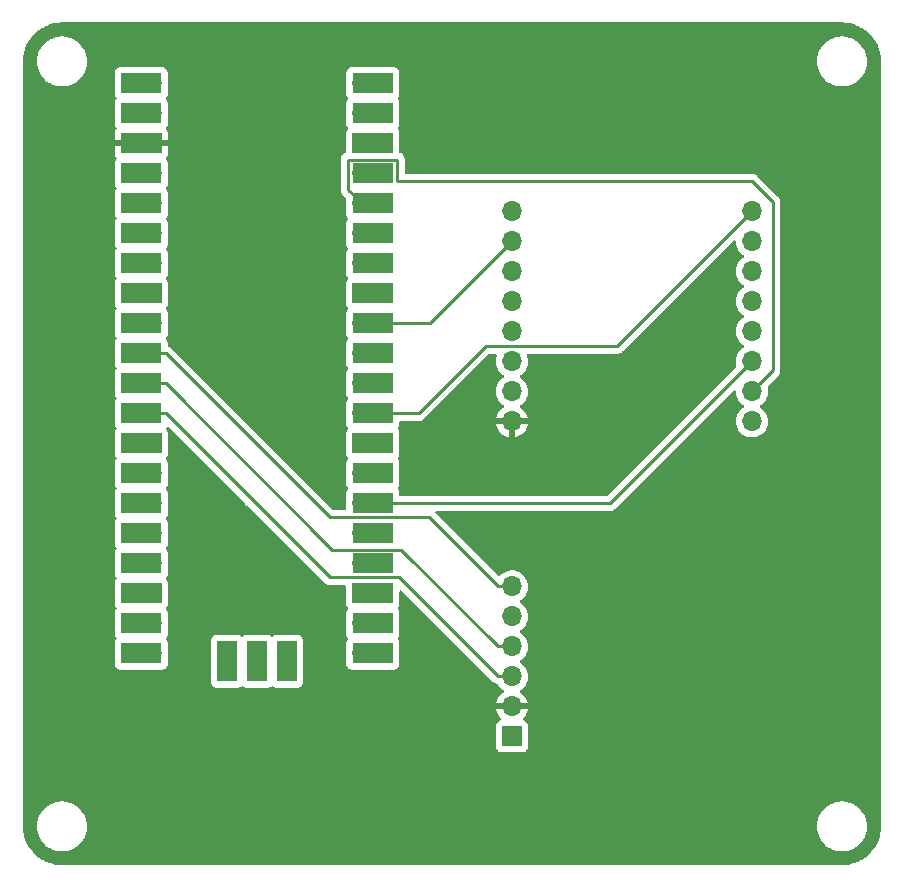
<source format=gtl>
G04 #@! TF.GenerationSoftware,KiCad,Pcbnew,(6.0.8)*
G04 #@! TF.CreationDate,2024-02-14T20:34:25-05:00*
G04 #@! TF.ProjectId,boat,626f6174-2e6b-4696-9361-645f70636258,rev?*
G04 #@! TF.SameCoordinates,Original*
G04 #@! TF.FileFunction,Copper,L1,Top*
G04 #@! TF.FilePolarity,Positive*
%FSLAX46Y46*%
G04 Gerber Fmt 4.6, Leading zero omitted, Abs format (unit mm)*
G04 Created by KiCad (PCBNEW (6.0.8)) date 2024-02-14 20:34:25*
%MOMM*%
%LPD*%
G01*
G04 APERTURE LIST*
G04 #@! TA.AperFunction,ComponentPad*
%ADD10O,1.700000X1.700000*%
G04 #@! TD*
G04 #@! TA.AperFunction,SMDPad,CuDef*
%ADD11R,3.500000X1.700000*%
G04 #@! TD*
G04 #@! TA.AperFunction,ComponentPad*
%ADD12R,1.700000X1.700000*%
G04 #@! TD*
G04 #@! TA.AperFunction,SMDPad,CuDef*
%ADD13R,1.700000X3.500000*%
G04 #@! TD*
G04 #@! TA.AperFunction,Conductor*
%ADD14C,0.250000*%
G04 #@! TD*
G04 APERTURE END LIST*
D10*
X180340000Y-95250000D03*
X180340000Y-92710000D03*
X180340000Y-90170000D03*
X180340000Y-87630000D03*
X180340000Y-85090000D03*
X180340000Y-82550000D03*
X180340000Y-80010000D03*
X180340000Y-77470000D03*
X160020000Y-77470000D03*
X160020000Y-80010000D03*
X160020000Y-82550000D03*
X160020000Y-85090000D03*
X160020000Y-87630000D03*
X160020000Y-90170000D03*
X160020000Y-92710000D03*
X160020000Y-95250000D03*
D11*
X128640000Y-66640000D03*
D10*
X129540000Y-66640000D03*
X129540000Y-69180000D03*
D11*
X128640000Y-69180000D03*
D12*
X129540000Y-71720000D03*
D11*
X128640000Y-71720000D03*
D10*
X129540000Y-74260000D03*
D11*
X128640000Y-74260000D03*
X128640000Y-76800000D03*
D10*
X129540000Y-76800000D03*
X129540000Y-79340000D03*
D11*
X128640000Y-79340000D03*
D10*
X129540000Y-81880000D03*
D11*
X128640000Y-81880000D03*
X128640000Y-84420000D03*
D12*
X129540000Y-84420000D03*
D11*
X128640000Y-86960000D03*
D10*
X129540000Y-86960000D03*
X129540000Y-89500000D03*
D11*
X128640000Y-89500000D03*
D10*
X129540000Y-92040000D03*
D11*
X128640000Y-92040000D03*
D10*
X129540000Y-94580000D03*
D11*
X128640000Y-94580000D03*
X128640000Y-97120000D03*
D12*
X129540000Y-97120000D03*
D10*
X129540000Y-99660000D03*
D11*
X128640000Y-99660000D03*
D10*
X129540000Y-102200000D03*
D11*
X128640000Y-102200000D03*
D10*
X129540000Y-104740000D03*
D11*
X128640000Y-104740000D03*
D10*
X129540000Y-107280000D03*
D11*
X128640000Y-107280000D03*
X128640000Y-109820000D03*
D12*
X129540000Y-109820000D03*
D11*
X128640000Y-112360000D03*
D10*
X129540000Y-112360000D03*
X129540000Y-114900000D03*
D11*
X128640000Y-114900000D03*
X148220000Y-114900000D03*
D10*
X147320000Y-114900000D03*
X147320000Y-112360000D03*
D11*
X148220000Y-112360000D03*
X148220000Y-109820000D03*
D12*
X147320000Y-109820000D03*
D10*
X147320000Y-107280000D03*
D11*
X148220000Y-107280000D03*
D10*
X147320000Y-104740000D03*
D11*
X148220000Y-104740000D03*
D10*
X147320000Y-102200000D03*
D11*
X148220000Y-102200000D03*
X148220000Y-99660000D03*
D10*
X147320000Y-99660000D03*
D12*
X147320000Y-97120000D03*
D11*
X148220000Y-97120000D03*
D10*
X147320000Y-94580000D03*
D11*
X148220000Y-94580000D03*
X148220000Y-92040000D03*
D10*
X147320000Y-92040000D03*
D11*
X148220000Y-89500000D03*
D10*
X147320000Y-89500000D03*
D11*
X148220000Y-86960000D03*
D10*
X147320000Y-86960000D03*
D11*
X148220000Y-84420000D03*
D12*
X147320000Y-84420000D03*
D10*
X147320000Y-81880000D03*
D11*
X148220000Y-81880000D03*
D10*
X147320000Y-79340000D03*
D11*
X148220000Y-79340000D03*
X148220000Y-76800000D03*
D10*
X147320000Y-76800000D03*
D11*
X148220000Y-74260000D03*
D10*
X147320000Y-74260000D03*
D11*
X148220000Y-71720000D03*
D12*
X147320000Y-71720000D03*
D10*
X147320000Y-69180000D03*
D11*
X148220000Y-69180000D03*
X148220000Y-66640000D03*
D10*
X147320000Y-66640000D03*
D13*
X135890000Y-115570000D03*
D10*
X135890000Y-114670000D03*
D12*
X138430000Y-114670000D03*
D13*
X138430000Y-115570000D03*
X140970000Y-115570000D03*
D10*
X140970000Y-114670000D03*
D12*
X160020000Y-121920000D03*
D10*
X160020000Y-119380000D03*
X160020000Y-116840000D03*
X160020000Y-114300000D03*
X160020000Y-111760000D03*
X160020000Y-109220000D03*
D14*
X146145000Y-75625000D02*
X147320000Y-76800000D01*
X180340000Y-74930000D02*
X150365100Y-74930000D01*
X182118000Y-76708000D02*
X180340000Y-74930000D01*
X150295000Y-74859900D02*
X150295000Y-73085000D01*
X150295000Y-73085000D02*
X146145000Y-73085000D01*
X146145000Y-73085000D02*
X146145000Y-75625000D01*
X182118000Y-90931999D02*
X182118000Y-76708000D01*
X150365100Y-74930000D02*
X150295000Y-74859900D01*
X180340000Y-92710000D02*
X182118000Y-90931999D01*
X147320000Y-102200000D02*
X168310000Y-102200000D01*
X168310000Y-102200000D02*
X180340000Y-90170000D01*
X147320000Y-94580000D02*
X152112100Y-94580000D01*
X157792100Y-88900000D02*
X168910000Y-88900000D01*
X168910000Y-88900000D02*
X180340000Y-77470000D01*
X152112100Y-94580000D02*
X157792100Y-88900000D01*
X153070000Y-86960000D02*
X160020000Y-80010000D01*
X147320000Y-86960000D02*
X153070000Y-86960000D01*
X130715100Y-94580000D02*
X144590300Y-108455200D01*
X129540000Y-94580000D02*
X130715100Y-94580000D01*
X150460100Y-108455200D02*
X158844900Y-116840000D01*
X160020000Y-116840000D02*
X158844900Y-116840000D01*
X144590300Y-108455200D02*
X150460100Y-108455200D01*
X158844900Y-114300000D02*
X150649500Y-106104600D01*
X160020000Y-114300000D02*
X158844900Y-114300000D01*
X150649500Y-106104600D02*
X144779700Y-106104600D01*
X144779700Y-106104600D02*
X130715100Y-92040000D01*
X129540000Y-92040000D02*
X130715100Y-92040000D01*
X153000100Y-103375200D02*
X158844900Y-109220000D01*
X160020000Y-109220000D02*
X158844900Y-109220000D01*
X144590300Y-103375200D02*
X153000100Y-103375200D01*
X130715100Y-89500000D02*
X144590300Y-103375200D01*
X129540000Y-89500000D02*
X130715100Y-89500000D01*
G04 #@! TA.AperFunction,Conductor*
G36*
X187930018Y-61470000D02*
G01*
X187944851Y-61472310D01*
X187944855Y-61472310D01*
X187953724Y-61473691D01*
X187972436Y-61471244D01*
X187995366Y-61470353D01*
X188298503Y-61486240D01*
X188311617Y-61487618D01*
X188639898Y-61539613D01*
X188652798Y-61542355D01*
X188973846Y-61628379D01*
X188986382Y-61632453D01*
X189257468Y-61736513D01*
X189296672Y-61751562D01*
X189308720Y-61756926D01*
X189604867Y-61907820D01*
X189616288Y-61914414D01*
X189895040Y-62095437D01*
X189905710Y-62103190D01*
X190164004Y-62312352D01*
X190173805Y-62321177D01*
X190408823Y-62556195D01*
X190417648Y-62565996D01*
X190626810Y-62824290D01*
X190634563Y-62834960D01*
X190815586Y-63113712D01*
X190822180Y-63125133D01*
X190973074Y-63421280D01*
X190978438Y-63433328D01*
X191074847Y-63684479D01*
X191097545Y-63743610D01*
X191101621Y-63756154D01*
X191187645Y-64077202D01*
X191190387Y-64090102D01*
X191242382Y-64418383D01*
X191243760Y-64431500D01*
X191259262Y-64727298D01*
X191257935Y-64753273D01*
X191257691Y-64754843D01*
X191257691Y-64754849D01*
X191256309Y-64763724D01*
X191257473Y-64772626D01*
X191257473Y-64772628D01*
X191260436Y-64795283D01*
X191261500Y-64811621D01*
X191261500Y-129490633D01*
X191260000Y-129510018D01*
X191257690Y-129524851D01*
X191257690Y-129524855D01*
X191256309Y-129533724D01*
X191258136Y-129547693D01*
X191258756Y-129552433D01*
X191259647Y-129575366D01*
X191244173Y-129870613D01*
X191243760Y-129878501D01*
X191242382Y-129891617D01*
X191190387Y-130219898D01*
X191187645Y-130232798D01*
X191138621Y-130415761D01*
X191101621Y-130553846D01*
X191097547Y-130566382D01*
X191056839Y-130672431D01*
X190978438Y-130876672D01*
X190973074Y-130888720D01*
X190822180Y-131184867D01*
X190815586Y-131196288D01*
X190634563Y-131475040D01*
X190626810Y-131485710D01*
X190417648Y-131744004D01*
X190408823Y-131753805D01*
X190173805Y-131988823D01*
X190164004Y-131997648D01*
X189905710Y-132206810D01*
X189895040Y-132214563D01*
X189616288Y-132395586D01*
X189604867Y-132402180D01*
X189308720Y-132553074D01*
X189296671Y-132558438D01*
X188986382Y-132677547D01*
X188973846Y-132681621D01*
X188652798Y-132767645D01*
X188639898Y-132770387D01*
X188311617Y-132822382D01*
X188298501Y-132823760D01*
X188264848Y-132825524D01*
X188002702Y-132839262D01*
X187976727Y-132837935D01*
X187975157Y-132837691D01*
X187975151Y-132837691D01*
X187966276Y-132836309D01*
X187957374Y-132837473D01*
X187957372Y-132837473D01*
X187942323Y-132839441D01*
X187934714Y-132840436D01*
X187918379Y-132841500D01*
X121969367Y-132841500D01*
X121949982Y-132840000D01*
X121935149Y-132837690D01*
X121935145Y-132837690D01*
X121926276Y-132836309D01*
X121907564Y-132838756D01*
X121884634Y-132839647D01*
X121581497Y-132823760D01*
X121568383Y-132822382D01*
X121240102Y-132770387D01*
X121227202Y-132767645D01*
X120906154Y-132681621D01*
X120893618Y-132677547D01*
X120583329Y-132558438D01*
X120571280Y-132553074D01*
X120275133Y-132402180D01*
X120263712Y-132395586D01*
X119984960Y-132214563D01*
X119974290Y-132206810D01*
X119715996Y-131997648D01*
X119706195Y-131988823D01*
X119471177Y-131753805D01*
X119462352Y-131744004D01*
X119253190Y-131485710D01*
X119245437Y-131475040D01*
X119064414Y-131196288D01*
X119057820Y-131184867D01*
X118906926Y-130888720D01*
X118901562Y-130876672D01*
X118823161Y-130672431D01*
X118782453Y-130566382D01*
X118778379Y-130553846D01*
X118741380Y-130415761D01*
X118692355Y-130232798D01*
X118689613Y-130219898D01*
X118637618Y-129891617D01*
X118636240Y-129878501D01*
X118635827Y-129870613D01*
X118620932Y-129586413D01*
X118622506Y-129558910D01*
X118622770Y-129557341D01*
X118623576Y-129552552D01*
X118623729Y-129540000D01*
X118620560Y-129517869D01*
X119806689Y-129517869D01*
X119806936Y-129522153D01*
X119806936Y-129522154D01*
X119808245Y-129544860D01*
X119823238Y-129804883D01*
X119824063Y-129809088D01*
X119824064Y-129809096D01*
X119849528Y-129938887D01*
X119878586Y-130086995D01*
X119879973Y-130091045D01*
X119879974Y-130091050D01*
X119955557Y-130311807D01*
X119971710Y-130358986D01*
X119973637Y-130362817D01*
X120061310Y-130537135D01*
X120100885Y-130615822D01*
X120263721Y-130852750D01*
X120457206Y-131065388D01*
X120460501Y-131068143D01*
X120460502Y-131068144D01*
X120511258Y-131110582D01*
X120677759Y-131249798D01*
X120921298Y-131402571D01*
X121183318Y-131520877D01*
X121187437Y-131522097D01*
X121454857Y-131601311D01*
X121454862Y-131601312D01*
X121458970Y-131602529D01*
X121463204Y-131603177D01*
X121463209Y-131603178D01*
X121711811Y-131641219D01*
X121743153Y-131646015D01*
X121889485Y-131648314D01*
X122026317Y-131650464D01*
X122026323Y-131650464D01*
X122030608Y-131650531D01*
X122034860Y-131650016D01*
X122034868Y-131650016D01*
X122311756Y-131616508D01*
X122311761Y-131616507D01*
X122316017Y-131615992D01*
X122594097Y-131543039D01*
X122859704Y-131433021D01*
X123107922Y-131287974D01*
X123334159Y-131110582D01*
X123375285Y-131068144D01*
X123531244Y-130907206D01*
X123534227Y-130904128D01*
X123536760Y-130900680D01*
X123536764Y-130900675D01*
X123701887Y-130675886D01*
X123704425Y-130672431D01*
X123765351Y-130560220D01*
X123839554Y-130423555D01*
X123839555Y-130423553D01*
X123841604Y-130419779D01*
X123943225Y-130150848D01*
X123999680Y-129904350D01*
X124006449Y-129874797D01*
X124006450Y-129874793D01*
X124007407Y-129870613D01*
X124021675Y-129710748D01*
X124032743Y-129586726D01*
X124032743Y-129586724D01*
X124032963Y-129584260D01*
X124033086Y-129572576D01*
X124033401Y-129542484D01*
X124033401Y-129542483D01*
X124033427Y-129540000D01*
X124031918Y-129517869D01*
X185846689Y-129517869D01*
X185846936Y-129522153D01*
X185846936Y-129522154D01*
X185848245Y-129544860D01*
X185863238Y-129804883D01*
X185864063Y-129809088D01*
X185864064Y-129809096D01*
X185889528Y-129938887D01*
X185918586Y-130086995D01*
X185919973Y-130091045D01*
X185919974Y-130091050D01*
X185995557Y-130311807D01*
X186011710Y-130358986D01*
X186013637Y-130362817D01*
X186101310Y-130537135D01*
X186140885Y-130615822D01*
X186303721Y-130852750D01*
X186497206Y-131065388D01*
X186500501Y-131068143D01*
X186500502Y-131068144D01*
X186551258Y-131110582D01*
X186717759Y-131249798D01*
X186961298Y-131402571D01*
X187223318Y-131520877D01*
X187227437Y-131522097D01*
X187494857Y-131601311D01*
X187494862Y-131601312D01*
X187498970Y-131602529D01*
X187503204Y-131603177D01*
X187503209Y-131603178D01*
X187751811Y-131641219D01*
X187783153Y-131646015D01*
X187929485Y-131648314D01*
X188066317Y-131650464D01*
X188066323Y-131650464D01*
X188070608Y-131650531D01*
X188074860Y-131650016D01*
X188074868Y-131650016D01*
X188351756Y-131616508D01*
X188351761Y-131616507D01*
X188356017Y-131615992D01*
X188634097Y-131543039D01*
X188899704Y-131433021D01*
X189147922Y-131287974D01*
X189374159Y-131110582D01*
X189415285Y-131068144D01*
X189571244Y-130907206D01*
X189574227Y-130904128D01*
X189576760Y-130900680D01*
X189576764Y-130900675D01*
X189741887Y-130675886D01*
X189744425Y-130672431D01*
X189805351Y-130560220D01*
X189879554Y-130423555D01*
X189879555Y-130423553D01*
X189881604Y-130419779D01*
X189983225Y-130150848D01*
X190039680Y-129904350D01*
X190046449Y-129874797D01*
X190046450Y-129874793D01*
X190047407Y-129870613D01*
X190061675Y-129710748D01*
X190072743Y-129586726D01*
X190072743Y-129586724D01*
X190072963Y-129584260D01*
X190073086Y-129572576D01*
X190073401Y-129542484D01*
X190073401Y-129542483D01*
X190073427Y-129540000D01*
X190070326Y-129494514D01*
X190054165Y-129257452D01*
X190054164Y-129257446D01*
X190053873Y-129253175D01*
X190049336Y-129231264D01*
X189996443Y-128975855D01*
X189995574Y-128971658D01*
X189899607Y-128700657D01*
X189767750Y-128445188D01*
X189754488Y-128426317D01*
X189604904Y-128213482D01*
X189602441Y-128209977D01*
X189406740Y-127999378D01*
X189184268Y-127817287D01*
X188939142Y-127667073D01*
X188921048Y-127659130D01*
X188679830Y-127553243D01*
X188675898Y-127551517D01*
X188649963Y-127544129D01*
X188403534Y-127473932D01*
X188403535Y-127473932D01*
X188399406Y-127472756D01*
X188186704Y-127442485D01*
X188119036Y-127432854D01*
X188119034Y-127432854D01*
X188114784Y-127432249D01*
X188110495Y-127432227D01*
X188110488Y-127432226D01*
X187831583Y-127430765D01*
X187831576Y-127430765D01*
X187827297Y-127430743D01*
X187823053Y-127431302D01*
X187823049Y-127431302D01*
X187697660Y-127447810D01*
X187542266Y-127468268D01*
X187538126Y-127469401D01*
X187538124Y-127469401D01*
X187461311Y-127490415D01*
X187264964Y-127544129D01*
X187261016Y-127545813D01*
X187004476Y-127655237D01*
X187004472Y-127655239D01*
X187000524Y-127656923D01*
X186875960Y-127731473D01*
X186757521Y-127802357D01*
X186757517Y-127802360D01*
X186753839Y-127804561D01*
X186529472Y-127984313D01*
X186331577Y-128192851D01*
X186163814Y-128426317D01*
X186029288Y-128680392D01*
X185930489Y-128950373D01*
X185869245Y-129231264D01*
X185868909Y-129235534D01*
X185847196Y-129511428D01*
X185847195Y-129511428D01*
X185847196Y-129511430D01*
X185846689Y-129517869D01*
X124031918Y-129517869D01*
X124030326Y-129494514D01*
X124014165Y-129257452D01*
X124014164Y-129257446D01*
X124013873Y-129253175D01*
X124009336Y-129231264D01*
X123956443Y-128975855D01*
X123955574Y-128971658D01*
X123859607Y-128700657D01*
X123727750Y-128445188D01*
X123714488Y-128426317D01*
X123564904Y-128213482D01*
X123562441Y-128209977D01*
X123366740Y-127999378D01*
X123144268Y-127817287D01*
X122899142Y-127667073D01*
X122881048Y-127659130D01*
X122639830Y-127553243D01*
X122635898Y-127551517D01*
X122609963Y-127544129D01*
X122363534Y-127473932D01*
X122363535Y-127473932D01*
X122359406Y-127472756D01*
X122146704Y-127442485D01*
X122079036Y-127432854D01*
X122079034Y-127432854D01*
X122074784Y-127432249D01*
X122070495Y-127432227D01*
X122070488Y-127432226D01*
X121791583Y-127430765D01*
X121791576Y-127430765D01*
X121787297Y-127430743D01*
X121783053Y-127431302D01*
X121783049Y-127431302D01*
X121657660Y-127447810D01*
X121502266Y-127468268D01*
X121498126Y-127469401D01*
X121498124Y-127469401D01*
X121421311Y-127490415D01*
X121224964Y-127544129D01*
X121221016Y-127545813D01*
X120964476Y-127655237D01*
X120964472Y-127655239D01*
X120960524Y-127656923D01*
X120835960Y-127731473D01*
X120717521Y-127802357D01*
X120717517Y-127802360D01*
X120713839Y-127804561D01*
X120489472Y-127984313D01*
X120291577Y-128192851D01*
X120123814Y-128426317D01*
X119989288Y-128680392D01*
X119890489Y-128950373D01*
X119829245Y-129231264D01*
X119828909Y-129235534D01*
X119807196Y-129511428D01*
X119807195Y-129511428D01*
X119807196Y-129511430D01*
X119806689Y-129517869D01*
X118620560Y-129517869D01*
X118619773Y-129512376D01*
X118618500Y-129494514D01*
X118618500Y-122818134D01*
X158661500Y-122818134D01*
X158668255Y-122880316D01*
X158719385Y-123016705D01*
X158806739Y-123133261D01*
X158923295Y-123220615D01*
X159059684Y-123271745D01*
X159121866Y-123278500D01*
X160918134Y-123278500D01*
X160980316Y-123271745D01*
X161116705Y-123220615D01*
X161233261Y-123133261D01*
X161320615Y-123016705D01*
X161371745Y-122880316D01*
X161378500Y-122818134D01*
X161378500Y-121021866D01*
X161371745Y-120959684D01*
X161320615Y-120823295D01*
X161233261Y-120706739D01*
X161116705Y-120619385D01*
X160997687Y-120574767D01*
X160940923Y-120532125D01*
X160916223Y-120465564D01*
X160931430Y-120396215D01*
X160952977Y-120367535D01*
X161054052Y-120266812D01*
X161060730Y-120258965D01*
X161185003Y-120086020D01*
X161190313Y-120077183D01*
X161284670Y-119886267D01*
X161288469Y-119876672D01*
X161350377Y-119672910D01*
X161352555Y-119662837D01*
X161353986Y-119651962D01*
X161351775Y-119637778D01*
X161338617Y-119634000D01*
X158703225Y-119634000D01*
X158689694Y-119637973D01*
X158688257Y-119647966D01*
X158718565Y-119782446D01*
X158721645Y-119792275D01*
X158801770Y-119989603D01*
X158806413Y-119998794D01*
X158917694Y-120180388D01*
X158923777Y-120188699D01*
X159063213Y-120349667D01*
X159070577Y-120356879D01*
X159075522Y-120360985D01*
X159115156Y-120419889D01*
X159116653Y-120490870D01*
X159079537Y-120551392D01*
X159039264Y-120575910D01*
X158931705Y-120616232D01*
X158931704Y-120616233D01*
X158923295Y-120619385D01*
X158806739Y-120706739D01*
X158719385Y-120823295D01*
X158668255Y-120959684D01*
X158661500Y-121021866D01*
X158661500Y-122818134D01*
X118618500Y-122818134D01*
X118618500Y-115798134D01*
X126381500Y-115798134D01*
X126388255Y-115860316D01*
X126439385Y-115996705D01*
X126526739Y-116113261D01*
X126643295Y-116200615D01*
X126779684Y-116251745D01*
X126841866Y-116258500D01*
X129510826Y-116258500D01*
X129515443Y-116258585D01*
X129596673Y-116261564D01*
X129596677Y-116261564D01*
X129601837Y-116261753D01*
X129606957Y-116261097D01*
X129606959Y-116261097D01*
X129619261Y-116259521D01*
X129635271Y-116258500D01*
X130438134Y-116258500D01*
X130500316Y-116251745D01*
X130636705Y-116200615D01*
X130753261Y-116113261D01*
X130840615Y-115996705D01*
X130891745Y-115860316D01*
X130898500Y-115798134D01*
X130898500Y-114997856D01*
X130899578Y-114981409D01*
X130901092Y-114969908D01*
X130901529Y-114966590D01*
X130902315Y-114934420D01*
X130903074Y-114903365D01*
X130903074Y-114903361D01*
X130903156Y-114900000D01*
X130898924Y-114848524D01*
X130898500Y-114838200D01*
X130898500Y-114636695D01*
X134527251Y-114636695D01*
X134527548Y-114641848D01*
X134527548Y-114641851D01*
X134531291Y-114706763D01*
X134531500Y-114714016D01*
X134531500Y-117368134D01*
X134538255Y-117430316D01*
X134589385Y-117566705D01*
X134676739Y-117683261D01*
X134793295Y-117770615D01*
X134929684Y-117821745D01*
X134991866Y-117828500D01*
X136788134Y-117828500D01*
X136850316Y-117821745D01*
X136986705Y-117770615D01*
X137084436Y-117697370D01*
X137150941Y-117672522D01*
X137220324Y-117687575D01*
X137235562Y-117697368D01*
X137333295Y-117770615D01*
X137469684Y-117821745D01*
X137531866Y-117828500D01*
X139328134Y-117828500D01*
X139390316Y-117821745D01*
X139526705Y-117770615D01*
X139624436Y-117697370D01*
X139690941Y-117672522D01*
X139760324Y-117687575D01*
X139775562Y-117697368D01*
X139873295Y-117770615D01*
X140009684Y-117821745D01*
X140071866Y-117828500D01*
X141868134Y-117828500D01*
X141930316Y-117821745D01*
X142066705Y-117770615D01*
X142183261Y-117683261D01*
X142270615Y-117566705D01*
X142321745Y-117430316D01*
X142328500Y-117368134D01*
X142328500Y-114767856D01*
X142329578Y-114751409D01*
X142331092Y-114739908D01*
X142331529Y-114736590D01*
X142333156Y-114670000D01*
X142328924Y-114618524D01*
X142328500Y-114608200D01*
X142328500Y-113771866D01*
X142321745Y-113709684D01*
X142270615Y-113573295D01*
X142183261Y-113456739D01*
X142066705Y-113369385D01*
X141930316Y-113318255D01*
X141868134Y-113311500D01*
X140984985Y-113311500D01*
X140983446Y-113311491D01*
X140880081Y-113310228D01*
X140880079Y-113310228D01*
X140874911Y-113310165D01*
X140869797Y-113310948D01*
X140866289Y-113311193D01*
X140857496Y-113311500D01*
X140071866Y-113311500D01*
X140009684Y-113318255D01*
X139873295Y-113369385D01*
X139844824Y-113390723D01*
X139775565Y-113442630D01*
X139709059Y-113467478D01*
X139639676Y-113452425D01*
X139624435Y-113442630D01*
X139555176Y-113390723D01*
X139526705Y-113369385D01*
X139390316Y-113318255D01*
X139328134Y-113311500D01*
X137531866Y-113311500D01*
X137469684Y-113318255D01*
X137333295Y-113369385D01*
X137304824Y-113390723D01*
X137235565Y-113442630D01*
X137169059Y-113467478D01*
X137099676Y-113452425D01*
X137084435Y-113442630D01*
X137015176Y-113390723D01*
X136986705Y-113369385D01*
X136850316Y-113318255D01*
X136788134Y-113311500D01*
X135904985Y-113311500D01*
X135903446Y-113311491D01*
X135800081Y-113310228D01*
X135800079Y-113310228D01*
X135794911Y-113310165D01*
X135789797Y-113310948D01*
X135786289Y-113311193D01*
X135777496Y-113311500D01*
X134991866Y-113311500D01*
X134929684Y-113318255D01*
X134793295Y-113369385D01*
X134676739Y-113456739D01*
X134589385Y-113573295D01*
X134538255Y-113709684D01*
X134531500Y-113771866D01*
X134531500Y-114590219D01*
X134530787Y-114603607D01*
X134527251Y-114636695D01*
X130898500Y-114636695D01*
X130898500Y-114001866D01*
X130891745Y-113939684D01*
X130840615Y-113803295D01*
X130767370Y-113705564D01*
X130742522Y-113639059D01*
X130757575Y-113569676D01*
X130767370Y-113554435D01*
X130816920Y-113488321D01*
X130840615Y-113456705D01*
X130891745Y-113320316D01*
X130898500Y-113258134D01*
X130898500Y-112457856D01*
X130899578Y-112441409D01*
X130901092Y-112429908D01*
X130901529Y-112426590D01*
X130903156Y-112360000D01*
X130898924Y-112308524D01*
X130898500Y-112298200D01*
X130898500Y-111461866D01*
X130891745Y-111399684D01*
X130840615Y-111263295D01*
X130767370Y-111165564D01*
X130742522Y-111099059D01*
X130757575Y-111029676D01*
X130767370Y-111014435D01*
X130840615Y-110916705D01*
X130891745Y-110780316D01*
X130898500Y-110718134D01*
X130898500Y-108921866D01*
X130891745Y-108859684D01*
X130840615Y-108723295D01*
X130767370Y-108625564D01*
X130742522Y-108559059D01*
X130757575Y-108489676D01*
X130767370Y-108474435D01*
X130840615Y-108376705D01*
X130891745Y-108240316D01*
X130898500Y-108178134D01*
X130898500Y-107377856D01*
X130899578Y-107361409D01*
X130901092Y-107349908D01*
X130901529Y-107346590D01*
X130903156Y-107280000D01*
X130898924Y-107228524D01*
X130898500Y-107218200D01*
X130898500Y-106381866D01*
X130891745Y-106319684D01*
X130840615Y-106183295D01*
X130767370Y-106085564D01*
X130742522Y-106019059D01*
X130757575Y-105949676D01*
X130767370Y-105934435D01*
X130835229Y-105843891D01*
X130840615Y-105836705D01*
X130891745Y-105700316D01*
X130898500Y-105638134D01*
X130898500Y-104837856D01*
X130899578Y-104821409D01*
X130901092Y-104809908D01*
X130901529Y-104806590D01*
X130903156Y-104740000D01*
X130898924Y-104688524D01*
X130898500Y-104678200D01*
X130898500Y-103841866D01*
X130891745Y-103779684D01*
X130840615Y-103643295D01*
X130767370Y-103545564D01*
X130742522Y-103479059D01*
X130757575Y-103409676D01*
X130767370Y-103394435D01*
X130835229Y-103303891D01*
X130840615Y-103296705D01*
X130891745Y-103160316D01*
X130898500Y-103098134D01*
X130898500Y-102297856D01*
X130899578Y-102281409D01*
X130901092Y-102269908D01*
X130901529Y-102266590D01*
X130903156Y-102200000D01*
X130898924Y-102148524D01*
X130898500Y-102138200D01*
X130898500Y-101301866D01*
X130891745Y-101239684D01*
X130840615Y-101103295D01*
X130767370Y-101005564D01*
X130742522Y-100939059D01*
X130757575Y-100869676D01*
X130767370Y-100854435D01*
X130835229Y-100763891D01*
X130840615Y-100756705D01*
X130891745Y-100620316D01*
X130898500Y-100558134D01*
X130898500Y-99757856D01*
X130899578Y-99741409D01*
X130901092Y-99729908D01*
X130901529Y-99726590D01*
X130903156Y-99660000D01*
X130898924Y-99608524D01*
X130898500Y-99598200D01*
X130898500Y-98761866D01*
X130891745Y-98699684D01*
X130840615Y-98563295D01*
X130767370Y-98465564D01*
X130742522Y-98399059D01*
X130757575Y-98329676D01*
X130767370Y-98314435D01*
X130835229Y-98223891D01*
X130840615Y-98216705D01*
X130891745Y-98080316D01*
X130898500Y-98018134D01*
X130898500Y-96221866D01*
X130891745Y-96159684D01*
X130840615Y-96023295D01*
X130767370Y-95925564D01*
X130742522Y-95859059D01*
X130757575Y-95789676D01*
X130767370Y-95774435D01*
X130785711Y-95749963D01*
X130842571Y-95707449D01*
X130913390Y-95702425D01*
X130975631Y-95736435D01*
X137537051Y-102297856D01*
X144086648Y-108847453D01*
X144094188Y-108855739D01*
X144098300Y-108862218D01*
X144104077Y-108867643D01*
X144147951Y-108908843D01*
X144150793Y-108911598D01*
X144170530Y-108931335D01*
X144173727Y-108933815D01*
X144182747Y-108941518D01*
X144214979Y-108971786D01*
X144221925Y-108975605D01*
X144221928Y-108975607D01*
X144232734Y-108981548D01*
X144249253Y-108992399D01*
X144265259Y-109004814D01*
X144272528Y-109007959D01*
X144272532Y-109007962D01*
X144305837Y-109022374D01*
X144316487Y-109027591D01*
X144355240Y-109048895D01*
X144362915Y-109050866D01*
X144362916Y-109050866D01*
X144374862Y-109053933D01*
X144393567Y-109060337D01*
X144412155Y-109068381D01*
X144419978Y-109069620D01*
X144419988Y-109069623D01*
X144455824Y-109075299D01*
X144467444Y-109077705D01*
X144502589Y-109086728D01*
X144510270Y-109088700D01*
X144530524Y-109088700D01*
X144550234Y-109090251D01*
X144570243Y-109093420D01*
X144578135Y-109092674D01*
X144614261Y-109089259D01*
X144626119Y-109088700D01*
X145835500Y-109088700D01*
X145903621Y-109108702D01*
X145950114Y-109162358D01*
X145961500Y-109214700D01*
X145961500Y-110718134D01*
X145968255Y-110780316D01*
X146019385Y-110916705D01*
X146092630Y-111014435D01*
X146117478Y-111080941D01*
X146102425Y-111150324D01*
X146092632Y-111165562D01*
X146019385Y-111263295D01*
X145968255Y-111399684D01*
X145961500Y-111461866D01*
X145961500Y-112280219D01*
X145960787Y-112293607D01*
X145957251Y-112326695D01*
X145957548Y-112331848D01*
X145957548Y-112331851D01*
X145961291Y-112396763D01*
X145961500Y-112404016D01*
X145961500Y-113258134D01*
X145968255Y-113320316D01*
X146019385Y-113456705D01*
X146043080Y-113488321D01*
X146092630Y-113554435D01*
X146117478Y-113620941D01*
X146102425Y-113690324D01*
X146092632Y-113705562D01*
X146019385Y-113803295D01*
X145968255Y-113939684D01*
X145961500Y-114001866D01*
X145961500Y-114820219D01*
X145960787Y-114833607D01*
X145957251Y-114866695D01*
X145957548Y-114871848D01*
X145957548Y-114871851D01*
X145961291Y-114936763D01*
X145961500Y-114944016D01*
X145961500Y-115798134D01*
X145968255Y-115860316D01*
X146019385Y-115996705D01*
X146106739Y-116113261D01*
X146223295Y-116200615D01*
X146359684Y-116251745D01*
X146421866Y-116258500D01*
X147290826Y-116258500D01*
X147295443Y-116258585D01*
X147376673Y-116261564D01*
X147376677Y-116261564D01*
X147381837Y-116261753D01*
X147386957Y-116261097D01*
X147386959Y-116261097D01*
X147399261Y-116259521D01*
X147415271Y-116258500D01*
X150018134Y-116258500D01*
X150080316Y-116251745D01*
X150216705Y-116200615D01*
X150333261Y-116113261D01*
X150420615Y-115996705D01*
X150471745Y-115860316D01*
X150478500Y-115798134D01*
X150478500Y-114001866D01*
X150471745Y-113939684D01*
X150420615Y-113803295D01*
X150347370Y-113705564D01*
X150322522Y-113639059D01*
X150337575Y-113569676D01*
X150347370Y-113554435D01*
X150396920Y-113488321D01*
X150420615Y-113456705D01*
X150471745Y-113320316D01*
X150478500Y-113258134D01*
X150478500Y-111461866D01*
X150471745Y-111399684D01*
X150420615Y-111263295D01*
X150347370Y-111165564D01*
X150322522Y-111099059D01*
X150337575Y-111029676D01*
X150347370Y-111014435D01*
X150420615Y-110916705D01*
X150471745Y-110780316D01*
X150478500Y-110718134D01*
X150478500Y-109673694D01*
X150498502Y-109605573D01*
X150552158Y-109559080D01*
X150622432Y-109548976D01*
X150687012Y-109578470D01*
X150693595Y-109584599D01*
X154529647Y-113420652D01*
X158341248Y-117232253D01*
X158348788Y-117240539D01*
X158352900Y-117247018D01*
X158358677Y-117252443D01*
X158402551Y-117293643D01*
X158405393Y-117296398D01*
X158425130Y-117316135D01*
X158428327Y-117318615D01*
X158437347Y-117326318D01*
X158469579Y-117356586D01*
X158476525Y-117360405D01*
X158476528Y-117360407D01*
X158487334Y-117366348D01*
X158503853Y-117377199D01*
X158519859Y-117389614D01*
X158527128Y-117392759D01*
X158527132Y-117392762D01*
X158560437Y-117407174D01*
X158571087Y-117412391D01*
X158609840Y-117433695D01*
X158617515Y-117435666D01*
X158617516Y-117435666D01*
X158629462Y-117438733D01*
X158648167Y-117445137D01*
X158666755Y-117453181D01*
X158674578Y-117454420D01*
X158674588Y-117454423D01*
X158710424Y-117460099D01*
X158722044Y-117462505D01*
X158757189Y-117471528D01*
X158759168Y-117472036D01*
X158764869Y-117473500D01*
X158764633Y-117474420D01*
X158823412Y-117500054D01*
X158849979Y-117530845D01*
X158919987Y-117645088D01*
X159066250Y-117813938D01*
X159238126Y-117956632D01*
X159311955Y-117999774D01*
X159360679Y-118051412D01*
X159373750Y-118121195D01*
X159347019Y-118186967D01*
X159306562Y-118220327D01*
X159298457Y-118224546D01*
X159289738Y-118230036D01*
X159119433Y-118357905D01*
X159111726Y-118364748D01*
X158964590Y-118518717D01*
X158958104Y-118526727D01*
X158838098Y-118702649D01*
X158833000Y-118711623D01*
X158743338Y-118904783D01*
X158739775Y-118914470D01*
X158684389Y-119114183D01*
X158685912Y-119122607D01*
X158698292Y-119126000D01*
X161338344Y-119126000D01*
X161351875Y-119122027D01*
X161353180Y-119112947D01*
X161311214Y-118945875D01*
X161307894Y-118936124D01*
X161222972Y-118740814D01*
X161218105Y-118731739D01*
X161102426Y-118552926D01*
X161096136Y-118544757D01*
X160952806Y-118387240D01*
X160945273Y-118380215D01*
X160778139Y-118248222D01*
X160769556Y-118242520D01*
X160732602Y-118222120D01*
X160682631Y-118171687D01*
X160667859Y-118102245D01*
X160692975Y-118035839D01*
X160720327Y-118009232D01*
X160743797Y-117992491D01*
X160899860Y-117881173D01*
X161058096Y-117723489D01*
X161188453Y-117542077D01*
X161223321Y-117471528D01*
X161285136Y-117346453D01*
X161285137Y-117346451D01*
X161287430Y-117341811D01*
X161352370Y-117128069D01*
X161381529Y-116906590D01*
X161383156Y-116840000D01*
X161364852Y-116617361D01*
X161310431Y-116400702D01*
X161221354Y-116195840D01*
X161100014Y-116008277D01*
X160949670Y-115843051D01*
X160945619Y-115839852D01*
X160945615Y-115839848D01*
X160778414Y-115707800D01*
X160778410Y-115707798D01*
X160774359Y-115704598D01*
X160733053Y-115681796D01*
X160683084Y-115631364D01*
X160668312Y-115561921D01*
X160693428Y-115495516D01*
X160720780Y-115468909D01*
X160764603Y-115437650D01*
X160899860Y-115341173D01*
X161058096Y-115183489D01*
X161188453Y-115002077D01*
X161207648Y-114963240D01*
X161285136Y-114806453D01*
X161285137Y-114806451D01*
X161287430Y-114801811D01*
X161352370Y-114588069D01*
X161381529Y-114366590D01*
X161383156Y-114300000D01*
X161364852Y-114077361D01*
X161310431Y-113860702D01*
X161221354Y-113655840D01*
X161100014Y-113468277D01*
X160949670Y-113303051D01*
X160945619Y-113299852D01*
X160945615Y-113299848D01*
X160778414Y-113167800D01*
X160778410Y-113167798D01*
X160774359Y-113164598D01*
X160733053Y-113141796D01*
X160683084Y-113091364D01*
X160668312Y-113021921D01*
X160693428Y-112955516D01*
X160720780Y-112928909D01*
X160764603Y-112897650D01*
X160899860Y-112801173D01*
X161058096Y-112643489D01*
X161117594Y-112560689D01*
X161185435Y-112466277D01*
X161188453Y-112462077D01*
X161207648Y-112423240D01*
X161285136Y-112266453D01*
X161285137Y-112266451D01*
X161287430Y-112261811D01*
X161352370Y-112048069D01*
X161381529Y-111826590D01*
X161383156Y-111760000D01*
X161364852Y-111537361D01*
X161310431Y-111320702D01*
X161221354Y-111115840D01*
X161100014Y-110928277D01*
X160949670Y-110763051D01*
X160945619Y-110759852D01*
X160945615Y-110759848D01*
X160778414Y-110627800D01*
X160778410Y-110627798D01*
X160774359Y-110624598D01*
X160733053Y-110601796D01*
X160683084Y-110551364D01*
X160668312Y-110481921D01*
X160693428Y-110415516D01*
X160720780Y-110388909D01*
X160764603Y-110357650D01*
X160899860Y-110261173D01*
X161058096Y-110103489D01*
X161188453Y-109922077D01*
X161223321Y-109851528D01*
X161285136Y-109726453D01*
X161285137Y-109726451D01*
X161287430Y-109721811D01*
X161329118Y-109584599D01*
X161350865Y-109513023D01*
X161350865Y-109513021D01*
X161352370Y-109508069D01*
X161381529Y-109286590D01*
X161383156Y-109220000D01*
X161364852Y-108997361D01*
X161310431Y-108780702D01*
X161221354Y-108575840D01*
X161155752Y-108474435D01*
X161102822Y-108392617D01*
X161102820Y-108392614D01*
X161100014Y-108388277D01*
X160949670Y-108223051D01*
X160945619Y-108219852D01*
X160945615Y-108219848D01*
X160778414Y-108087800D01*
X160778410Y-108087798D01*
X160774359Y-108084598D01*
X160578789Y-107976638D01*
X160573920Y-107974914D01*
X160573916Y-107974912D01*
X160373087Y-107903795D01*
X160373083Y-107903794D01*
X160368212Y-107902069D01*
X160363119Y-107901162D01*
X160363116Y-107901161D01*
X160153373Y-107863800D01*
X160153367Y-107863799D01*
X160148284Y-107862894D01*
X160074452Y-107861992D01*
X159930081Y-107860228D01*
X159930079Y-107860228D01*
X159924911Y-107860165D01*
X159704091Y-107893955D01*
X159491756Y-107963357D01*
X159466238Y-107976641D01*
X159300446Y-108062947D01*
X159293607Y-108066507D01*
X159289474Y-108069610D01*
X159289471Y-108069612D01*
X159140409Y-108181531D01*
X159114965Y-108200635D01*
X159111393Y-108204373D01*
X159011715Y-108308679D01*
X158950191Y-108344108D01*
X158879279Y-108340651D01*
X158831527Y-108310722D01*
X153569400Y-103048595D01*
X153535374Y-102986283D01*
X153540439Y-102915468D01*
X153582986Y-102858632D01*
X153649506Y-102833821D01*
X153658495Y-102833500D01*
X168231233Y-102833500D01*
X168242416Y-102834027D01*
X168249909Y-102835702D01*
X168257835Y-102835453D01*
X168257836Y-102835453D01*
X168317986Y-102833562D01*
X168321945Y-102833500D01*
X168349856Y-102833500D01*
X168353791Y-102833003D01*
X168353856Y-102832995D01*
X168365693Y-102832062D01*
X168397951Y-102831048D01*
X168401970Y-102830922D01*
X168409889Y-102830673D01*
X168429343Y-102825021D01*
X168448700Y-102821013D01*
X168460930Y-102819468D01*
X168460931Y-102819468D01*
X168468797Y-102818474D01*
X168476168Y-102815555D01*
X168476170Y-102815555D01*
X168509912Y-102802196D01*
X168521142Y-102798351D01*
X168555983Y-102788229D01*
X168555984Y-102788229D01*
X168563593Y-102786018D01*
X168570412Y-102781985D01*
X168570417Y-102781983D01*
X168581028Y-102775707D01*
X168598776Y-102767012D01*
X168617617Y-102759552D01*
X168653387Y-102733564D01*
X168663307Y-102727048D01*
X168694535Y-102708580D01*
X168694538Y-102708578D01*
X168701362Y-102704542D01*
X168715683Y-102690221D01*
X168730717Y-102677380D01*
X168740694Y-102670131D01*
X168747107Y-102665472D01*
X168775298Y-102631395D01*
X168783288Y-102622616D01*
X178765019Y-92640885D01*
X178827331Y-92606859D01*
X178898146Y-92611924D01*
X178954982Y-92654471D01*
X178979905Y-92722727D01*
X178990110Y-92899715D01*
X178991247Y-92904761D01*
X178991248Y-92904767D01*
X179011011Y-92992460D01*
X179039222Y-93117639D01*
X179076711Y-93209963D01*
X179121010Y-93319059D01*
X179123266Y-93324616D01*
X179174019Y-93407438D01*
X179225657Y-93491703D01*
X179239987Y-93515088D01*
X179386250Y-93683938D01*
X179558126Y-93826632D01*
X179628595Y-93867811D01*
X179631445Y-93869476D01*
X179680169Y-93921114D01*
X179693240Y-93990897D01*
X179666509Y-94056669D01*
X179626055Y-94090027D01*
X179619038Y-94093680D01*
X179613607Y-94096507D01*
X179609474Y-94099610D01*
X179609471Y-94099612D01*
X179439100Y-94227530D01*
X179434965Y-94230635D01*
X179280629Y-94392138D01*
X179277715Y-94396410D01*
X179277714Y-94396411D01*
X179265404Y-94414457D01*
X179154743Y-94576680D01*
X179060688Y-94779305D01*
X179000989Y-94994570D01*
X178977251Y-95216695D01*
X178977548Y-95221848D01*
X178977548Y-95221851D01*
X178983011Y-95316590D01*
X178990110Y-95439715D01*
X178991247Y-95444761D01*
X178991248Y-95444767D01*
X179005449Y-95507778D01*
X179039222Y-95657639D01*
X179079346Y-95756453D01*
X179121010Y-95859059D01*
X179123266Y-95864616D01*
X179173863Y-95947183D01*
X179225657Y-96031703D01*
X179239987Y-96055088D01*
X179386250Y-96223938D01*
X179558126Y-96366632D01*
X179751000Y-96479338D01*
X179959692Y-96559030D01*
X179964760Y-96560061D01*
X179964763Y-96560062D01*
X180059862Y-96579410D01*
X180178597Y-96603567D01*
X180183772Y-96603757D01*
X180183774Y-96603757D01*
X180396673Y-96611564D01*
X180396677Y-96611564D01*
X180401837Y-96611753D01*
X180406957Y-96611097D01*
X180406959Y-96611097D01*
X180618288Y-96584025D01*
X180618289Y-96584025D01*
X180623416Y-96583368D01*
X180628366Y-96581883D01*
X180832429Y-96520661D01*
X180832434Y-96520659D01*
X180837384Y-96519174D01*
X181037994Y-96420896D01*
X181219860Y-96291173D01*
X181378096Y-96133489D01*
X181437594Y-96050689D01*
X181505435Y-95956277D01*
X181508453Y-95952077D01*
X181529089Y-95910324D01*
X181605136Y-95756453D01*
X181605137Y-95756451D01*
X181607430Y-95751811D01*
X181672370Y-95538069D01*
X181701529Y-95316590D01*
X181703156Y-95250000D01*
X181684852Y-95027361D01*
X181630431Y-94810702D01*
X181541354Y-94605840D01*
X181499771Y-94541562D01*
X181422822Y-94422617D01*
X181422820Y-94422614D01*
X181420014Y-94418277D01*
X181269670Y-94253051D01*
X181265619Y-94249852D01*
X181265615Y-94249848D01*
X181098414Y-94117800D01*
X181098410Y-94117798D01*
X181094359Y-94114598D01*
X181053053Y-94091796D01*
X181003084Y-94041364D01*
X180988312Y-93971921D01*
X181013428Y-93905516D01*
X181040780Y-93878909D01*
X181084603Y-93847650D01*
X181219860Y-93751173D01*
X181378096Y-93593489D01*
X181437594Y-93510689D01*
X181505435Y-93416277D01*
X181508453Y-93412077D01*
X181529089Y-93370324D01*
X181605136Y-93216453D01*
X181605137Y-93216451D01*
X181607430Y-93211811D01*
X181672370Y-92998069D01*
X181701529Y-92776590D01*
X181703156Y-92710000D01*
X181684852Y-92487361D01*
X181656821Y-92375765D01*
X181659625Y-92304825D01*
X181689929Y-92255975D01*
X182510254Y-91435649D01*
X182518538Y-91428111D01*
X182525018Y-91423999D01*
X182571659Y-91374331D01*
X182574413Y-91371490D01*
X182594134Y-91351769D01*
X182596612Y-91348574D01*
X182604318Y-91339552D01*
X182629158Y-91313100D01*
X182634586Y-91307320D01*
X182644346Y-91289567D01*
X182655199Y-91273044D01*
X182662753Y-91263305D01*
X182667613Y-91257040D01*
X182685176Y-91216456D01*
X182690383Y-91205826D01*
X182711695Y-91167059D01*
X182713666Y-91159382D01*
X182713668Y-91159377D01*
X182716732Y-91147441D01*
X182723138Y-91128729D01*
X182728034Y-91117416D01*
X182731181Y-91110144D01*
X182736006Y-91079684D01*
X182738097Y-91066480D01*
X182740504Y-91054859D01*
X182749528Y-91019710D01*
X182749528Y-91019709D01*
X182751500Y-91012029D01*
X182751500Y-90991768D01*
X182753051Y-90972057D01*
X182754979Y-90959884D01*
X182756219Y-90952056D01*
X182752059Y-90908045D01*
X182751500Y-90896188D01*
X182751500Y-76786768D01*
X182752027Y-76775585D01*
X182753702Y-76768092D01*
X182751562Y-76700001D01*
X182751500Y-76696044D01*
X182751500Y-76668144D01*
X182750996Y-76664153D01*
X182750063Y-76652311D01*
X182749759Y-76642617D01*
X182748674Y-76608111D01*
X182746462Y-76600497D01*
X182746461Y-76600492D01*
X182743023Y-76588659D01*
X182739012Y-76569295D01*
X182737467Y-76557064D01*
X182736474Y-76549203D01*
X182733557Y-76541836D01*
X182733556Y-76541831D01*
X182720198Y-76508092D01*
X182716354Y-76496865D01*
X182706230Y-76462022D01*
X182704018Y-76454407D01*
X182693707Y-76436972D01*
X182685012Y-76419224D01*
X182677552Y-76400383D01*
X182669714Y-76389594D01*
X182651564Y-76364613D01*
X182645048Y-76354693D01*
X182626580Y-76323465D01*
X182626578Y-76323462D01*
X182622542Y-76316638D01*
X182608221Y-76302317D01*
X182595380Y-76287283D01*
X182588131Y-76277306D01*
X182583472Y-76270893D01*
X182549395Y-76242702D01*
X182540616Y-76234712D01*
X180843652Y-74537747D01*
X180836112Y-74529461D01*
X180832000Y-74522982D01*
X180782348Y-74476356D01*
X180779507Y-74473602D01*
X180759770Y-74453865D01*
X180756573Y-74451385D01*
X180747551Y-74443680D01*
X180721100Y-74418841D01*
X180715321Y-74413414D01*
X180708375Y-74409595D01*
X180708372Y-74409593D01*
X180697566Y-74403652D01*
X180681047Y-74392801D01*
X180680583Y-74392441D01*
X180665041Y-74380386D01*
X180657772Y-74377241D01*
X180657768Y-74377238D01*
X180624463Y-74362826D01*
X180613813Y-74357609D01*
X180575060Y-74336305D01*
X180555437Y-74331267D01*
X180536734Y-74324863D01*
X180525420Y-74319967D01*
X180525419Y-74319967D01*
X180518145Y-74316819D01*
X180510322Y-74315580D01*
X180510312Y-74315577D01*
X180474476Y-74309901D01*
X180462856Y-74307495D01*
X180427711Y-74298472D01*
X180427710Y-74298472D01*
X180420030Y-74296500D01*
X180399776Y-74296500D01*
X180380065Y-74294949D01*
X180367886Y-74293020D01*
X180360057Y-74291780D01*
X180352165Y-74292526D01*
X180316039Y-74295941D01*
X180304181Y-74296500D01*
X151054500Y-74296500D01*
X150986379Y-74276498D01*
X150939886Y-74222842D01*
X150928500Y-74170500D01*
X150928500Y-73156793D01*
X150930732Y-73133184D01*
X150930790Y-73132881D01*
X150930790Y-73132877D01*
X150932275Y-73125094D01*
X150928749Y-73069049D01*
X150928500Y-73061138D01*
X150928500Y-73045144D01*
X150926494Y-73029270D01*
X150925751Y-73021402D01*
X150924718Y-73004970D01*
X150922225Y-72965350D01*
X150919679Y-72957513D01*
X150914506Y-72934369D01*
X150914468Y-72934065D01*
X150914467Y-72934060D01*
X150913474Y-72926203D01*
X150910558Y-72918838D01*
X150910557Y-72918834D01*
X150892801Y-72873989D01*
X150890129Y-72866570D01*
X150872764Y-72813125D01*
X150868514Y-72806428D01*
X150868350Y-72806169D01*
X150857585Y-72785042D01*
X150857471Y-72784754D01*
X150857468Y-72784749D01*
X150854552Y-72777383D01*
X150849896Y-72770975D01*
X150849893Y-72770969D01*
X150821542Y-72731948D01*
X150817092Y-72725401D01*
X150787000Y-72677982D01*
X150780993Y-72672341D01*
X150765312Y-72654554D01*
X150765134Y-72654309D01*
X150765132Y-72654307D01*
X150760472Y-72647893D01*
X150754362Y-72642838D01*
X150717204Y-72612097D01*
X150711270Y-72606866D01*
X150676102Y-72573842D01*
X150676099Y-72573840D01*
X150670321Y-72568414D01*
X150663097Y-72564442D01*
X150643494Y-72551119D01*
X150643254Y-72550920D01*
X150643247Y-72550916D01*
X150637144Y-72545867D01*
X150586324Y-72521953D01*
X150579292Y-72518371D01*
X150543797Y-72498857D01*
X150493740Y-72448513D01*
X150478500Y-72388444D01*
X150478500Y-70821866D01*
X150471745Y-70759684D01*
X150420615Y-70623295D01*
X150347370Y-70525564D01*
X150322522Y-70459059D01*
X150337575Y-70389676D01*
X150347370Y-70374435D01*
X150415229Y-70283891D01*
X150420615Y-70276705D01*
X150471745Y-70140316D01*
X150478500Y-70078134D01*
X150478500Y-68281866D01*
X150471745Y-68219684D01*
X150420615Y-68083295D01*
X150347370Y-67985564D01*
X150322522Y-67919059D01*
X150337575Y-67849676D01*
X150347370Y-67834435D01*
X150415229Y-67743891D01*
X150420615Y-67736705D01*
X150471745Y-67600316D01*
X150478500Y-67538134D01*
X150478500Y-65741866D01*
X150471745Y-65679684D01*
X150420615Y-65543295D01*
X150333261Y-65426739D01*
X150216705Y-65339385D01*
X150080316Y-65288255D01*
X150018134Y-65281500D01*
X147334985Y-65281500D01*
X147333446Y-65281491D01*
X147230081Y-65280228D01*
X147230079Y-65280228D01*
X147224911Y-65280165D01*
X147219797Y-65280948D01*
X147216289Y-65281193D01*
X147207496Y-65281500D01*
X146421866Y-65281500D01*
X146359684Y-65288255D01*
X146223295Y-65339385D01*
X146106739Y-65426739D01*
X146019385Y-65543295D01*
X145968255Y-65679684D01*
X145961500Y-65741866D01*
X145961500Y-66560219D01*
X145960787Y-66573607D01*
X145957251Y-66606695D01*
X145957548Y-66611848D01*
X145957548Y-66611851D01*
X145961291Y-66676763D01*
X145961500Y-66684016D01*
X145961500Y-67538134D01*
X145968255Y-67600316D01*
X146019385Y-67736705D01*
X146024771Y-67743891D01*
X146092630Y-67834435D01*
X146117478Y-67900941D01*
X146102425Y-67970324D01*
X146092632Y-67985562D01*
X146019385Y-68083295D01*
X145968255Y-68219684D01*
X145961500Y-68281866D01*
X145961500Y-69100219D01*
X145960787Y-69113607D01*
X145957251Y-69146695D01*
X145957548Y-69151848D01*
X145957548Y-69151851D01*
X145961291Y-69216763D01*
X145961500Y-69224016D01*
X145961500Y-70078134D01*
X145968255Y-70140316D01*
X146019385Y-70276705D01*
X146024771Y-70283891D01*
X146092630Y-70374435D01*
X146117478Y-70440941D01*
X146102425Y-70510324D01*
X146092632Y-70525562D01*
X146019385Y-70623295D01*
X145968255Y-70759684D01*
X145961500Y-70821866D01*
X145961500Y-72386977D01*
X145941498Y-72455098D01*
X145887842Y-72501591D01*
X145885604Y-72502462D01*
X145880666Y-72504786D01*
X145873125Y-72507236D01*
X145866429Y-72511486D01*
X145866428Y-72511486D01*
X145866169Y-72511650D01*
X145845042Y-72522415D01*
X145844754Y-72522529D01*
X145844749Y-72522532D01*
X145837383Y-72525448D01*
X145830975Y-72530104D01*
X145830969Y-72530107D01*
X145791948Y-72558458D01*
X145785411Y-72562901D01*
X145737982Y-72593000D01*
X145732556Y-72598778D01*
X145732555Y-72598779D01*
X145732341Y-72599007D01*
X145714554Y-72614688D01*
X145714309Y-72614866D01*
X145714307Y-72614868D01*
X145707893Y-72619528D01*
X145702839Y-72625637D01*
X145702838Y-72625638D01*
X145672097Y-72662796D01*
X145666866Y-72668730D01*
X145633842Y-72703898D01*
X145633840Y-72703901D01*
X145628414Y-72709679D01*
X145624445Y-72716899D01*
X145611119Y-72736506D01*
X145610920Y-72736746D01*
X145610916Y-72736753D01*
X145605867Y-72742856D01*
X145602493Y-72750027D01*
X145581953Y-72793676D01*
X145578371Y-72800708D01*
X145551305Y-72849940D01*
X145549335Y-72857615D01*
X145549332Y-72857621D01*
X145549256Y-72857919D01*
X145541224Y-72880228D01*
X145541094Y-72880503D01*
X145541091Y-72880511D01*
X145537717Y-72887682D01*
X145531775Y-72918834D01*
X145527195Y-72942843D01*
X145525471Y-72950558D01*
X145511500Y-73004970D01*
X145511500Y-73013207D01*
X145509268Y-73036816D01*
X145507725Y-73044906D01*
X145509244Y-73069049D01*
X145511251Y-73100951D01*
X145511500Y-73108862D01*
X145511500Y-75546233D01*
X145510973Y-75557416D01*
X145509298Y-75564909D01*
X145509547Y-75572835D01*
X145509547Y-75572836D01*
X145511438Y-75632986D01*
X145511500Y-75636945D01*
X145511500Y-75664856D01*
X145511997Y-75668790D01*
X145511997Y-75668791D01*
X145512005Y-75668856D01*
X145512938Y-75680693D01*
X145514327Y-75724889D01*
X145519978Y-75744339D01*
X145523987Y-75763700D01*
X145526526Y-75783797D01*
X145529445Y-75791168D01*
X145529445Y-75791170D01*
X145542804Y-75824912D01*
X145546649Y-75836142D01*
X145558982Y-75878593D01*
X145563015Y-75885412D01*
X145563017Y-75885417D01*
X145569293Y-75896028D01*
X145577988Y-75913776D01*
X145585448Y-75932617D01*
X145590110Y-75939033D01*
X145590110Y-75939034D01*
X145611436Y-75968387D01*
X145617952Y-75978307D01*
X145640458Y-76016362D01*
X145654779Y-76030683D01*
X145667619Y-76045716D01*
X145679528Y-76062107D01*
X145685634Y-76067158D01*
X145713605Y-76090298D01*
X145722384Y-76098288D01*
X145924595Y-76300499D01*
X145958621Y-76362811D01*
X145961500Y-76389594D01*
X145961500Y-76720219D01*
X145960787Y-76733607D01*
X145957251Y-76766695D01*
X145957548Y-76771848D01*
X145957548Y-76771851D01*
X145961291Y-76836763D01*
X145961500Y-76844016D01*
X145961500Y-77698134D01*
X145968255Y-77760316D01*
X146019385Y-77896705D01*
X146071961Y-77966857D01*
X146092630Y-77994435D01*
X146117478Y-78060941D01*
X146102425Y-78130324D01*
X146092632Y-78145562D01*
X146019385Y-78243295D01*
X145968255Y-78379684D01*
X145961500Y-78441866D01*
X145961500Y-79260219D01*
X145960787Y-79273607D01*
X145957251Y-79306695D01*
X145957548Y-79311848D01*
X145957548Y-79311851D01*
X145961291Y-79376763D01*
X145961500Y-79384016D01*
X145961500Y-80238134D01*
X145968255Y-80300316D01*
X146019385Y-80436705D01*
X146071961Y-80506857D01*
X146092630Y-80534435D01*
X146117478Y-80600941D01*
X146102425Y-80670324D01*
X146092632Y-80685562D01*
X146019385Y-80783295D01*
X145968255Y-80919684D01*
X145961500Y-80981866D01*
X145961500Y-81800219D01*
X145960787Y-81813607D01*
X145957251Y-81846695D01*
X145957548Y-81851848D01*
X145957548Y-81851851D01*
X145961291Y-81916763D01*
X145961500Y-81924016D01*
X145961500Y-82778134D01*
X145968255Y-82840316D01*
X146019385Y-82976705D01*
X146024771Y-82983891D01*
X146092630Y-83074435D01*
X146117478Y-83140941D01*
X146102425Y-83210324D01*
X146092632Y-83225562D01*
X146019385Y-83323295D01*
X145968255Y-83459684D01*
X145961500Y-83521866D01*
X145961500Y-85318134D01*
X145968255Y-85380316D01*
X146019385Y-85516705D01*
X146024771Y-85523891D01*
X146092630Y-85614435D01*
X146117478Y-85680941D01*
X146102425Y-85750324D01*
X146092632Y-85765562D01*
X146019385Y-85863295D01*
X145968255Y-85999684D01*
X145961500Y-86061866D01*
X145961500Y-86880219D01*
X145960787Y-86893607D01*
X145957251Y-86926695D01*
X145957548Y-86931848D01*
X145957548Y-86931851D01*
X145961291Y-86996763D01*
X145961500Y-87004016D01*
X145961500Y-87858134D01*
X145968255Y-87920316D01*
X146019385Y-88056705D01*
X146024771Y-88063891D01*
X146092630Y-88154435D01*
X146117478Y-88220941D01*
X146102425Y-88290324D01*
X146092632Y-88305562D01*
X146019385Y-88403295D01*
X145968255Y-88539684D01*
X145961500Y-88601866D01*
X145961500Y-89420219D01*
X145960787Y-89433607D01*
X145957251Y-89466695D01*
X145957548Y-89471848D01*
X145957548Y-89471851D01*
X145961291Y-89536763D01*
X145961500Y-89544016D01*
X145961500Y-90398134D01*
X145968255Y-90460316D01*
X146019385Y-90596705D01*
X146092630Y-90694435D01*
X146117478Y-90760941D01*
X146102425Y-90830324D01*
X146092632Y-90845562D01*
X146019385Y-90943295D01*
X145968255Y-91079684D01*
X145961500Y-91141866D01*
X145961500Y-91960219D01*
X145960787Y-91973607D01*
X145957251Y-92006695D01*
X145957548Y-92011848D01*
X145957548Y-92011851D01*
X145961291Y-92076763D01*
X145961500Y-92084016D01*
X145961500Y-92938134D01*
X145968255Y-93000316D01*
X146019385Y-93136705D01*
X146092630Y-93234435D01*
X146117478Y-93300941D01*
X146102425Y-93370324D01*
X146092632Y-93385562D01*
X146019385Y-93483295D01*
X145968255Y-93619684D01*
X145961500Y-93681866D01*
X145961500Y-94500219D01*
X145960787Y-94513607D01*
X145957251Y-94546695D01*
X145957548Y-94551848D01*
X145957548Y-94551851D01*
X145961291Y-94616763D01*
X145961500Y-94624016D01*
X145961500Y-95478134D01*
X145968255Y-95540316D01*
X146019385Y-95676705D01*
X146092630Y-95774435D01*
X146117478Y-95840941D01*
X146102425Y-95910324D01*
X146092632Y-95925562D01*
X146019385Y-96023295D01*
X145968255Y-96159684D01*
X145961500Y-96221866D01*
X145961500Y-98018134D01*
X145968255Y-98080316D01*
X146019385Y-98216705D01*
X146024771Y-98223891D01*
X146092630Y-98314435D01*
X146117478Y-98380941D01*
X146102425Y-98450324D01*
X146092632Y-98465562D01*
X146019385Y-98563295D01*
X145968255Y-98699684D01*
X145961500Y-98761866D01*
X145961500Y-99580219D01*
X145960787Y-99593607D01*
X145957251Y-99626695D01*
X145957548Y-99631848D01*
X145957548Y-99631851D01*
X145961291Y-99696763D01*
X145961500Y-99704016D01*
X145961500Y-100558134D01*
X145968255Y-100620316D01*
X146019385Y-100756705D01*
X146024771Y-100763891D01*
X146092630Y-100854435D01*
X146117478Y-100920941D01*
X146102425Y-100990324D01*
X146092632Y-101005562D01*
X146019385Y-101103295D01*
X145968255Y-101239684D01*
X145961500Y-101301866D01*
X145961500Y-102120219D01*
X145960787Y-102133607D01*
X145957251Y-102166695D01*
X145957548Y-102171848D01*
X145957548Y-102171851D01*
X145961291Y-102236763D01*
X145961500Y-102244016D01*
X145961500Y-102615700D01*
X145941498Y-102683821D01*
X145887842Y-102730314D01*
X145835500Y-102741700D01*
X144904894Y-102741700D01*
X144836773Y-102721698D01*
X144815799Y-102704795D01*
X138021329Y-95910324D01*
X131218752Y-89107747D01*
X131211212Y-89099461D01*
X131207100Y-89092982D01*
X131157448Y-89046356D01*
X131154607Y-89043602D01*
X131134870Y-89023865D01*
X131131673Y-89021385D01*
X131122651Y-89013680D01*
X131096200Y-88988841D01*
X131090421Y-88983414D01*
X131083475Y-88979595D01*
X131083472Y-88979593D01*
X131072666Y-88973652D01*
X131056147Y-88962801D01*
X131054294Y-88961364D01*
X131040141Y-88950386D01*
X131032872Y-88947241D01*
X131032868Y-88947238D01*
X130999563Y-88932826D01*
X130988913Y-88927609D01*
X130963799Y-88913803D01*
X130913741Y-88863460D01*
X130898500Y-88803389D01*
X130898500Y-88601866D01*
X130891745Y-88539684D01*
X130840615Y-88403295D01*
X130767370Y-88305564D01*
X130742522Y-88239059D01*
X130757575Y-88169676D01*
X130767370Y-88154435D01*
X130835229Y-88063891D01*
X130840615Y-88056705D01*
X130891745Y-87920316D01*
X130898500Y-87858134D01*
X130898500Y-87057856D01*
X130899578Y-87041409D01*
X130901092Y-87029908D01*
X130901529Y-87026590D01*
X130903156Y-86960000D01*
X130898924Y-86908524D01*
X130898500Y-86898200D01*
X130898500Y-86061866D01*
X130891745Y-85999684D01*
X130840615Y-85863295D01*
X130767370Y-85765564D01*
X130742522Y-85699059D01*
X130757575Y-85629676D01*
X130767370Y-85614435D01*
X130835229Y-85523891D01*
X130840615Y-85516705D01*
X130891745Y-85380316D01*
X130898500Y-85318134D01*
X130898500Y-83521866D01*
X130891745Y-83459684D01*
X130840615Y-83323295D01*
X130767370Y-83225564D01*
X130742522Y-83159059D01*
X130757575Y-83089676D01*
X130767370Y-83074435D01*
X130835229Y-82983891D01*
X130840615Y-82976705D01*
X130891745Y-82840316D01*
X130898500Y-82778134D01*
X130898500Y-81977856D01*
X130899578Y-81961409D01*
X130901092Y-81949908D01*
X130901529Y-81946590D01*
X130903156Y-81880000D01*
X130898924Y-81828524D01*
X130898500Y-81818200D01*
X130898500Y-80981866D01*
X130891745Y-80919684D01*
X130840615Y-80783295D01*
X130767370Y-80685564D01*
X130742522Y-80619059D01*
X130757575Y-80549676D01*
X130767370Y-80534435D01*
X130788039Y-80506857D01*
X130840615Y-80436705D01*
X130891745Y-80300316D01*
X130898500Y-80238134D01*
X130898500Y-79437856D01*
X130899578Y-79421409D01*
X130901092Y-79409908D01*
X130901529Y-79406590D01*
X130903156Y-79340000D01*
X130898924Y-79288524D01*
X130898500Y-79278200D01*
X130898500Y-78441866D01*
X130891745Y-78379684D01*
X130840615Y-78243295D01*
X130767370Y-78145564D01*
X130742522Y-78079059D01*
X130757575Y-78009676D01*
X130767370Y-77994435D01*
X130788039Y-77966857D01*
X130840615Y-77896705D01*
X130891745Y-77760316D01*
X130898500Y-77698134D01*
X130898500Y-76897856D01*
X130899578Y-76881409D01*
X130901092Y-76869908D01*
X130901529Y-76866590D01*
X130903156Y-76800000D01*
X130898924Y-76748524D01*
X130898500Y-76738200D01*
X130898500Y-75901866D01*
X130891745Y-75839684D01*
X130840615Y-75703295D01*
X130767370Y-75605564D01*
X130742522Y-75539059D01*
X130757575Y-75469676D01*
X130767370Y-75454435D01*
X130835229Y-75363891D01*
X130840615Y-75356705D01*
X130891745Y-75220316D01*
X130898500Y-75158134D01*
X130898500Y-74357856D01*
X130899578Y-74341409D01*
X130901092Y-74329908D01*
X130901529Y-74326590D01*
X130901937Y-74309901D01*
X130903074Y-74263365D01*
X130903074Y-74263361D01*
X130903156Y-74260000D01*
X130898924Y-74208524D01*
X130898500Y-74198200D01*
X130898500Y-73361866D01*
X130891745Y-73299684D01*
X130840615Y-73163295D01*
X130790422Y-73096323D01*
X130767058Y-73065148D01*
X130742210Y-72998642D01*
X130757263Y-72929259D01*
X130767058Y-72914018D01*
X130834786Y-72823649D01*
X130843324Y-72808054D01*
X130888478Y-72687606D01*
X130892105Y-72672351D01*
X130897631Y-72621486D01*
X130898000Y-72614672D01*
X130898000Y-71992115D01*
X130893525Y-71976876D01*
X130892135Y-71975671D01*
X130884452Y-71974000D01*
X126400116Y-71974000D01*
X126384877Y-71978475D01*
X126383672Y-71979865D01*
X126382001Y-71987548D01*
X126382001Y-72614669D01*
X126382371Y-72621490D01*
X126387895Y-72672352D01*
X126391521Y-72687604D01*
X126436676Y-72808054D01*
X126445214Y-72823649D01*
X126512942Y-72914018D01*
X126537790Y-72980525D01*
X126522737Y-73049907D01*
X126512942Y-73065148D01*
X126489578Y-73096323D01*
X126439385Y-73163295D01*
X126388255Y-73299684D01*
X126381500Y-73361866D01*
X126381500Y-75158134D01*
X126388255Y-75220316D01*
X126439385Y-75356705D01*
X126444771Y-75363891D01*
X126512630Y-75454435D01*
X126537478Y-75520941D01*
X126522425Y-75590324D01*
X126512632Y-75605562D01*
X126439385Y-75703295D01*
X126388255Y-75839684D01*
X126381500Y-75901866D01*
X126381500Y-77698134D01*
X126388255Y-77760316D01*
X126439385Y-77896705D01*
X126491961Y-77966857D01*
X126512630Y-77994435D01*
X126537478Y-78060941D01*
X126522425Y-78130324D01*
X126512632Y-78145562D01*
X126439385Y-78243295D01*
X126388255Y-78379684D01*
X126381500Y-78441866D01*
X126381500Y-80238134D01*
X126388255Y-80300316D01*
X126439385Y-80436705D01*
X126491961Y-80506857D01*
X126512630Y-80534435D01*
X126537478Y-80600941D01*
X126522425Y-80670324D01*
X126512632Y-80685562D01*
X126439385Y-80783295D01*
X126388255Y-80919684D01*
X126381500Y-80981866D01*
X126381500Y-82778134D01*
X126388255Y-82840316D01*
X126439385Y-82976705D01*
X126444771Y-82983891D01*
X126512630Y-83074435D01*
X126537478Y-83140941D01*
X126522425Y-83210324D01*
X126512632Y-83225562D01*
X126439385Y-83323295D01*
X126388255Y-83459684D01*
X126381500Y-83521866D01*
X126381500Y-85318134D01*
X126388255Y-85380316D01*
X126439385Y-85516705D01*
X126444771Y-85523891D01*
X126512630Y-85614435D01*
X126537478Y-85680941D01*
X126522425Y-85750324D01*
X126512632Y-85765562D01*
X126439385Y-85863295D01*
X126388255Y-85999684D01*
X126381500Y-86061866D01*
X126381500Y-87858134D01*
X126388255Y-87920316D01*
X126439385Y-88056705D01*
X126444771Y-88063891D01*
X126512630Y-88154435D01*
X126537478Y-88220941D01*
X126522425Y-88290324D01*
X126512632Y-88305562D01*
X126439385Y-88403295D01*
X126388255Y-88539684D01*
X126381500Y-88601866D01*
X126381500Y-90398134D01*
X126388255Y-90460316D01*
X126439385Y-90596705D01*
X126512630Y-90694435D01*
X126537478Y-90760941D01*
X126522425Y-90830324D01*
X126512632Y-90845562D01*
X126439385Y-90943295D01*
X126388255Y-91079684D01*
X126381500Y-91141866D01*
X126381500Y-92938134D01*
X126388255Y-93000316D01*
X126439385Y-93136705D01*
X126512630Y-93234435D01*
X126537478Y-93300941D01*
X126522425Y-93370324D01*
X126512632Y-93385562D01*
X126439385Y-93483295D01*
X126388255Y-93619684D01*
X126381500Y-93681866D01*
X126381500Y-95478134D01*
X126388255Y-95540316D01*
X126439385Y-95676705D01*
X126512630Y-95774435D01*
X126537478Y-95840941D01*
X126522425Y-95910324D01*
X126512632Y-95925562D01*
X126439385Y-96023295D01*
X126388255Y-96159684D01*
X126381500Y-96221866D01*
X126381500Y-98018134D01*
X126388255Y-98080316D01*
X126439385Y-98216705D01*
X126444771Y-98223891D01*
X126512630Y-98314435D01*
X126537478Y-98380941D01*
X126522425Y-98450324D01*
X126512632Y-98465562D01*
X126439385Y-98563295D01*
X126388255Y-98699684D01*
X126381500Y-98761866D01*
X126381500Y-100558134D01*
X126388255Y-100620316D01*
X126439385Y-100756705D01*
X126444771Y-100763891D01*
X126512630Y-100854435D01*
X126537478Y-100920941D01*
X126522425Y-100990324D01*
X126512632Y-101005562D01*
X126439385Y-101103295D01*
X126388255Y-101239684D01*
X126381500Y-101301866D01*
X126381500Y-103098134D01*
X126388255Y-103160316D01*
X126439385Y-103296705D01*
X126444771Y-103303891D01*
X126512630Y-103394435D01*
X126537478Y-103460941D01*
X126522425Y-103530324D01*
X126512632Y-103545562D01*
X126439385Y-103643295D01*
X126388255Y-103779684D01*
X126381500Y-103841866D01*
X126381500Y-105638134D01*
X126388255Y-105700316D01*
X126439385Y-105836705D01*
X126444771Y-105843891D01*
X126512630Y-105934435D01*
X126537478Y-106000941D01*
X126522425Y-106070324D01*
X126512632Y-106085562D01*
X126439385Y-106183295D01*
X126388255Y-106319684D01*
X126381500Y-106381866D01*
X126381500Y-108178134D01*
X126388255Y-108240316D01*
X126439385Y-108376705D01*
X126512630Y-108474435D01*
X126537478Y-108540941D01*
X126522425Y-108610324D01*
X126512632Y-108625562D01*
X126439385Y-108723295D01*
X126388255Y-108859684D01*
X126381500Y-108921866D01*
X126381500Y-110718134D01*
X126388255Y-110780316D01*
X126439385Y-110916705D01*
X126512630Y-111014435D01*
X126537478Y-111080941D01*
X126522425Y-111150324D01*
X126512632Y-111165562D01*
X126439385Y-111263295D01*
X126388255Y-111399684D01*
X126381500Y-111461866D01*
X126381500Y-113258134D01*
X126388255Y-113320316D01*
X126439385Y-113456705D01*
X126463080Y-113488321D01*
X126512630Y-113554435D01*
X126537478Y-113620941D01*
X126522425Y-113690324D01*
X126512632Y-113705562D01*
X126439385Y-113803295D01*
X126388255Y-113939684D01*
X126381500Y-114001866D01*
X126381500Y-115798134D01*
X118618500Y-115798134D01*
X118618500Y-70078134D01*
X126381500Y-70078134D01*
X126388255Y-70140316D01*
X126439385Y-70276705D01*
X126444771Y-70283891D01*
X126512942Y-70374852D01*
X126537790Y-70441358D01*
X126522737Y-70510741D01*
X126512942Y-70525982D01*
X126445214Y-70616351D01*
X126436676Y-70631946D01*
X126391522Y-70752394D01*
X126387895Y-70767649D01*
X126382369Y-70818514D01*
X126382000Y-70825328D01*
X126382000Y-71447885D01*
X126386475Y-71463124D01*
X126387865Y-71464329D01*
X126395548Y-71466000D01*
X130879884Y-71466000D01*
X130895123Y-71461525D01*
X130896328Y-71460135D01*
X130897999Y-71452452D01*
X130897999Y-70825331D01*
X130897629Y-70818510D01*
X130892105Y-70767648D01*
X130888479Y-70752396D01*
X130843324Y-70631946D01*
X130834786Y-70616351D01*
X130767058Y-70525982D01*
X130742210Y-70459475D01*
X130757263Y-70390093D01*
X130767058Y-70374852D01*
X130835229Y-70283891D01*
X130840615Y-70276705D01*
X130891745Y-70140316D01*
X130898500Y-70078134D01*
X130898500Y-69277856D01*
X130899578Y-69261409D01*
X130901092Y-69249908D01*
X130901529Y-69246590D01*
X130903156Y-69180000D01*
X130898924Y-69128524D01*
X130898500Y-69118200D01*
X130898500Y-68281866D01*
X130891745Y-68219684D01*
X130840615Y-68083295D01*
X130767370Y-67985564D01*
X130742522Y-67919059D01*
X130757575Y-67849676D01*
X130767370Y-67834435D01*
X130835229Y-67743891D01*
X130840615Y-67736705D01*
X130891745Y-67600316D01*
X130898500Y-67538134D01*
X130898500Y-66737856D01*
X130899578Y-66721409D01*
X130901092Y-66709908D01*
X130901529Y-66706590D01*
X130902258Y-66676763D01*
X130903074Y-66643365D01*
X130903074Y-66643361D01*
X130903156Y-66640000D01*
X130898924Y-66588524D01*
X130898500Y-66578200D01*
X130898500Y-65741866D01*
X130891745Y-65679684D01*
X130840615Y-65543295D01*
X130753261Y-65426739D01*
X130636705Y-65339385D01*
X130500316Y-65288255D01*
X130438134Y-65281500D01*
X129554985Y-65281500D01*
X129553446Y-65281491D01*
X129450081Y-65280228D01*
X129450079Y-65280228D01*
X129444911Y-65280165D01*
X129439797Y-65280948D01*
X129436289Y-65281193D01*
X129427496Y-65281500D01*
X126841866Y-65281500D01*
X126779684Y-65288255D01*
X126643295Y-65339385D01*
X126526739Y-65426739D01*
X126439385Y-65543295D01*
X126388255Y-65679684D01*
X126381500Y-65741866D01*
X126381500Y-67538134D01*
X126388255Y-67600316D01*
X126439385Y-67736705D01*
X126444771Y-67743891D01*
X126512630Y-67834435D01*
X126537478Y-67900941D01*
X126522425Y-67970324D01*
X126512632Y-67985562D01*
X126439385Y-68083295D01*
X126388255Y-68219684D01*
X126381500Y-68281866D01*
X126381500Y-70078134D01*
X118618500Y-70078134D01*
X118618500Y-64823250D01*
X118620246Y-64802345D01*
X118622770Y-64787344D01*
X118622770Y-64787341D01*
X118623576Y-64782552D01*
X118623729Y-64770000D01*
X118623039Y-64765180D01*
X118621644Y-64755437D01*
X118621304Y-64747869D01*
X119806689Y-64747869D01*
X119823238Y-65034883D01*
X119824063Y-65039088D01*
X119824064Y-65039096D01*
X119856010Y-65201921D01*
X119878586Y-65316995D01*
X119879973Y-65321045D01*
X119879974Y-65321050D01*
X119953606Y-65536109D01*
X119971710Y-65588986D01*
X120036298Y-65717404D01*
X120061310Y-65767135D01*
X120100885Y-65845822D01*
X120263721Y-66082750D01*
X120457206Y-66295388D01*
X120460501Y-66298143D01*
X120460502Y-66298144D01*
X120511258Y-66340582D01*
X120677759Y-66479798D01*
X120921298Y-66632571D01*
X121183318Y-66750877D01*
X121187437Y-66752097D01*
X121454857Y-66831311D01*
X121454862Y-66831312D01*
X121458970Y-66832529D01*
X121463204Y-66833177D01*
X121463209Y-66833178D01*
X121711811Y-66871219D01*
X121743153Y-66876015D01*
X121889485Y-66878314D01*
X122026317Y-66880464D01*
X122026323Y-66880464D01*
X122030608Y-66880531D01*
X122034860Y-66880016D01*
X122034868Y-66880016D01*
X122311756Y-66846508D01*
X122311761Y-66846507D01*
X122316017Y-66845992D01*
X122594097Y-66773039D01*
X122859704Y-66663021D01*
X123024134Y-66566936D01*
X123104219Y-66520138D01*
X123104220Y-66520137D01*
X123107922Y-66517974D01*
X123334159Y-66340582D01*
X123375285Y-66298144D01*
X123531244Y-66137206D01*
X123534227Y-66134128D01*
X123536760Y-66130680D01*
X123536764Y-66130675D01*
X123701887Y-65905886D01*
X123704425Y-65902431D01*
X123777885Y-65767135D01*
X123839554Y-65653555D01*
X123839555Y-65653553D01*
X123841604Y-65649779D01*
X123925884Y-65426739D01*
X123941707Y-65384866D01*
X123941708Y-65384862D01*
X123943225Y-65380848D01*
X124007407Y-65100613D01*
X124021675Y-64940748D01*
X124032743Y-64816726D01*
X124032743Y-64816724D01*
X124032963Y-64814260D01*
X124033427Y-64770000D01*
X124031918Y-64747869D01*
X185846689Y-64747869D01*
X185863238Y-65034883D01*
X185864063Y-65039088D01*
X185864064Y-65039096D01*
X185896010Y-65201921D01*
X185918586Y-65316995D01*
X185919973Y-65321045D01*
X185919974Y-65321050D01*
X185993606Y-65536109D01*
X186011710Y-65588986D01*
X186076297Y-65717404D01*
X186101310Y-65767135D01*
X186140885Y-65845822D01*
X186303721Y-66082750D01*
X186497206Y-66295388D01*
X186500501Y-66298143D01*
X186500502Y-66298144D01*
X186551258Y-66340582D01*
X186717759Y-66479798D01*
X186961298Y-66632571D01*
X187223318Y-66750877D01*
X187227437Y-66752097D01*
X187494857Y-66831311D01*
X187494862Y-66831312D01*
X187498970Y-66832529D01*
X187503204Y-66833177D01*
X187503209Y-66833178D01*
X187751811Y-66871219D01*
X187783153Y-66876015D01*
X187929485Y-66878314D01*
X188066317Y-66880464D01*
X188066323Y-66880464D01*
X188070608Y-66880531D01*
X188074860Y-66880016D01*
X188074868Y-66880016D01*
X188351756Y-66846508D01*
X188351761Y-66846507D01*
X188356017Y-66845992D01*
X188634097Y-66773039D01*
X188899704Y-66663021D01*
X189064134Y-66566936D01*
X189144219Y-66520138D01*
X189144220Y-66520137D01*
X189147922Y-66517974D01*
X189374159Y-66340582D01*
X189415285Y-66298144D01*
X189571244Y-66137206D01*
X189574227Y-66134128D01*
X189576760Y-66130680D01*
X189576764Y-66130675D01*
X189741887Y-65905886D01*
X189744425Y-65902431D01*
X189817885Y-65767135D01*
X189879554Y-65653555D01*
X189879555Y-65653553D01*
X189881604Y-65649779D01*
X189965884Y-65426739D01*
X189981707Y-65384866D01*
X189981708Y-65384862D01*
X189983225Y-65380848D01*
X190047407Y-65100613D01*
X190061675Y-64940748D01*
X190072743Y-64816726D01*
X190072743Y-64816724D01*
X190072963Y-64814260D01*
X190073427Y-64770000D01*
X190053873Y-64483175D01*
X190049336Y-64461264D01*
X189996443Y-64205855D01*
X189995574Y-64201658D01*
X189899607Y-63930657D01*
X189767750Y-63675188D01*
X189754488Y-63656317D01*
X189604904Y-63443482D01*
X189602441Y-63439977D01*
X189406740Y-63229378D01*
X189184268Y-63047287D01*
X188939142Y-62897073D01*
X188921048Y-62889130D01*
X188679830Y-62783243D01*
X188675898Y-62781517D01*
X188649963Y-62774129D01*
X188403534Y-62703932D01*
X188403535Y-62703932D01*
X188399406Y-62702756D01*
X188186704Y-62672485D01*
X188119036Y-62662854D01*
X188119034Y-62662854D01*
X188114784Y-62662249D01*
X188110495Y-62662227D01*
X188110488Y-62662226D01*
X187831583Y-62660765D01*
X187831576Y-62660765D01*
X187827297Y-62660743D01*
X187823053Y-62661302D01*
X187823049Y-62661302D01*
X187697660Y-62677810D01*
X187542266Y-62698268D01*
X187538126Y-62699401D01*
X187538124Y-62699401D01*
X187461311Y-62720415D01*
X187264964Y-62774129D01*
X187261016Y-62775813D01*
X187004476Y-62885237D01*
X187004472Y-62885239D01*
X187000524Y-62886923D01*
X186875960Y-62961473D01*
X186757521Y-63032357D01*
X186757517Y-63032360D01*
X186753839Y-63034561D01*
X186529472Y-63214313D01*
X186331577Y-63422851D01*
X186163814Y-63656317D01*
X186029288Y-63910392D01*
X185930489Y-64180373D01*
X185869245Y-64461264D01*
X185868909Y-64465534D01*
X185847196Y-64741428D01*
X185847195Y-64741428D01*
X185847196Y-64741430D01*
X185846689Y-64747869D01*
X124031918Y-64747869D01*
X124013873Y-64483175D01*
X124009336Y-64461264D01*
X123956443Y-64205855D01*
X123955574Y-64201658D01*
X123859607Y-63930657D01*
X123727750Y-63675188D01*
X123714488Y-63656317D01*
X123564904Y-63443482D01*
X123562441Y-63439977D01*
X123366740Y-63229378D01*
X123144268Y-63047287D01*
X122899142Y-62897073D01*
X122881048Y-62889130D01*
X122639830Y-62783243D01*
X122635898Y-62781517D01*
X122609963Y-62774129D01*
X122363534Y-62703932D01*
X122363535Y-62703932D01*
X122359406Y-62702756D01*
X122146704Y-62672485D01*
X122079036Y-62662854D01*
X122079034Y-62662854D01*
X122074784Y-62662249D01*
X122070495Y-62662227D01*
X122070488Y-62662226D01*
X121791583Y-62660765D01*
X121791576Y-62660765D01*
X121787297Y-62660743D01*
X121783053Y-62661302D01*
X121783049Y-62661302D01*
X121657660Y-62677810D01*
X121502266Y-62698268D01*
X121498126Y-62699401D01*
X121498124Y-62699401D01*
X121421311Y-62720415D01*
X121224964Y-62774129D01*
X121221016Y-62775813D01*
X120964476Y-62885237D01*
X120964472Y-62885239D01*
X120960524Y-62886923D01*
X120835960Y-62961473D01*
X120717521Y-63032357D01*
X120717517Y-63032360D01*
X120713839Y-63034561D01*
X120489472Y-63214313D01*
X120291577Y-63422851D01*
X120123814Y-63656317D01*
X119989288Y-63910392D01*
X119890489Y-64180373D01*
X119829245Y-64461264D01*
X119828909Y-64465534D01*
X119807196Y-64741428D01*
X119807195Y-64741428D01*
X119807196Y-64741430D01*
X119806689Y-64747869D01*
X118621304Y-64747869D01*
X118620545Y-64730983D01*
X118636240Y-64431500D01*
X118637618Y-64418383D01*
X118689613Y-64090102D01*
X118692355Y-64077202D01*
X118778379Y-63756154D01*
X118782455Y-63743610D01*
X118805154Y-63684479D01*
X118901562Y-63433328D01*
X118906926Y-63421280D01*
X119057820Y-63125133D01*
X119064414Y-63113712D01*
X119245437Y-62834960D01*
X119253190Y-62824290D01*
X119462352Y-62565996D01*
X119471177Y-62556195D01*
X119706195Y-62321177D01*
X119715996Y-62312352D01*
X119974290Y-62103190D01*
X119984960Y-62095437D01*
X120263712Y-61914414D01*
X120275133Y-61907820D01*
X120571280Y-61756926D01*
X120583328Y-61751562D01*
X120622532Y-61736513D01*
X120893618Y-61632453D01*
X120906154Y-61628379D01*
X121227202Y-61542355D01*
X121240102Y-61539613D01*
X121568383Y-61487618D01*
X121581499Y-61486240D01*
X121615152Y-61484476D01*
X121877298Y-61470738D01*
X121903273Y-61472065D01*
X121904843Y-61472309D01*
X121904849Y-61472309D01*
X121913724Y-61473691D01*
X121922626Y-61472527D01*
X121922628Y-61472527D01*
X121937677Y-61470559D01*
X121945286Y-61469564D01*
X121961621Y-61468500D01*
X187910633Y-61468500D01*
X187930018Y-61470000D01*
G37*
G04 #@! TD.AperFunction*
G04 #@! TA.AperFunction,Conductor*
G36*
X178898146Y-79911925D02*
G01*
X178954982Y-79954472D01*
X178979905Y-80022728D01*
X178990110Y-80199715D01*
X178991247Y-80204761D01*
X178991248Y-80204767D01*
X179011011Y-80292460D01*
X179039222Y-80417639D01*
X179077461Y-80511811D01*
X179121010Y-80619059D01*
X179123266Y-80624616D01*
X179174019Y-80707438D01*
X179225657Y-80791703D01*
X179239987Y-80815088D01*
X179386250Y-80983938D01*
X179558126Y-81126632D01*
X179628595Y-81167811D01*
X179631445Y-81169476D01*
X179680169Y-81221114D01*
X179693240Y-81290897D01*
X179666509Y-81356669D01*
X179626055Y-81390027D01*
X179613607Y-81396507D01*
X179609474Y-81399610D01*
X179609471Y-81399612D01*
X179585247Y-81417800D01*
X179434965Y-81530635D01*
X179280629Y-81692138D01*
X179154743Y-81876680D01*
X179060688Y-82079305D01*
X179000989Y-82294570D01*
X178977251Y-82516695D01*
X178977548Y-82521848D01*
X178977548Y-82521851D01*
X178983011Y-82616590D01*
X178990110Y-82739715D01*
X178991247Y-82744761D01*
X178991248Y-82744767D01*
X179011011Y-82832460D01*
X179039222Y-82957639D01*
X179077461Y-83051811D01*
X179121010Y-83159059D01*
X179123266Y-83164616D01*
X179174019Y-83247438D01*
X179225657Y-83331703D01*
X179239987Y-83355088D01*
X179386250Y-83523938D01*
X179558126Y-83666632D01*
X179628595Y-83707811D01*
X179631445Y-83709476D01*
X179680169Y-83761114D01*
X179693240Y-83830897D01*
X179666509Y-83896669D01*
X179626055Y-83930027D01*
X179613607Y-83936507D01*
X179609474Y-83939610D01*
X179609471Y-83939612D01*
X179585247Y-83957800D01*
X179434965Y-84070635D01*
X179280629Y-84232138D01*
X179154743Y-84416680D01*
X179060688Y-84619305D01*
X179000989Y-84834570D01*
X178977251Y-85056695D01*
X178977548Y-85061848D01*
X178977548Y-85061851D01*
X178983011Y-85156590D01*
X178990110Y-85279715D01*
X178991247Y-85284761D01*
X178991248Y-85284767D01*
X179011011Y-85372460D01*
X179039222Y-85497639D01*
X179077461Y-85591811D01*
X179121010Y-85699059D01*
X179123266Y-85704616D01*
X179174019Y-85787438D01*
X179225657Y-85871703D01*
X179239987Y-85895088D01*
X179386250Y-86063938D01*
X179558126Y-86206632D01*
X179628595Y-86247811D01*
X179631445Y-86249476D01*
X179680169Y-86301114D01*
X179693240Y-86370897D01*
X179666509Y-86436669D01*
X179626055Y-86470027D01*
X179613607Y-86476507D01*
X179609474Y-86479610D01*
X179609471Y-86479612D01*
X179585247Y-86497800D01*
X179434965Y-86610635D01*
X179280629Y-86772138D01*
X179154743Y-86956680D01*
X179060688Y-87159305D01*
X179000989Y-87374570D01*
X178977251Y-87596695D01*
X178977548Y-87601848D01*
X178977548Y-87601851D01*
X178983011Y-87696590D01*
X178990110Y-87819715D01*
X178991247Y-87824761D01*
X178991248Y-87824767D01*
X179011011Y-87912460D01*
X179039222Y-88037639D01*
X179073708Y-88122568D01*
X179121010Y-88239059D01*
X179123266Y-88244616D01*
X179165773Y-88313982D01*
X179232347Y-88422620D01*
X179239987Y-88435088D01*
X179386250Y-88603938D01*
X179558126Y-88746632D01*
X179628595Y-88787811D01*
X179631445Y-88789476D01*
X179680169Y-88841114D01*
X179693240Y-88910897D01*
X179666509Y-88976669D01*
X179626055Y-89010027D01*
X179619038Y-89013680D01*
X179613607Y-89016507D01*
X179609474Y-89019610D01*
X179609471Y-89019612D01*
X179439100Y-89147530D01*
X179434965Y-89150635D01*
X179280629Y-89312138D01*
X179154743Y-89496680D01*
X179060688Y-89699305D01*
X179000989Y-89914570D01*
X178977251Y-90136695D01*
X178977548Y-90141848D01*
X178977548Y-90141851D01*
X178983011Y-90236590D01*
X178990110Y-90359715D01*
X178991247Y-90364761D01*
X178991248Y-90364767D01*
X179023453Y-90507668D01*
X179018917Y-90578520D01*
X178989631Y-90624464D01*
X168084500Y-101529595D01*
X168022188Y-101563621D01*
X167995405Y-101566500D01*
X150604500Y-101566500D01*
X150536379Y-101546498D01*
X150489886Y-101492842D01*
X150478500Y-101440500D01*
X150478500Y-101301866D01*
X150471745Y-101239684D01*
X150420615Y-101103295D01*
X150347370Y-101005564D01*
X150322522Y-100939059D01*
X150337575Y-100869676D01*
X150347370Y-100854435D01*
X150415229Y-100763891D01*
X150420615Y-100756705D01*
X150471745Y-100620316D01*
X150478500Y-100558134D01*
X150478500Y-98761866D01*
X150471745Y-98699684D01*
X150420615Y-98563295D01*
X150347370Y-98465564D01*
X150322522Y-98399059D01*
X150337575Y-98329676D01*
X150347370Y-98314435D01*
X150415229Y-98223891D01*
X150420615Y-98216705D01*
X150471745Y-98080316D01*
X150478500Y-98018134D01*
X150478500Y-96221866D01*
X150471745Y-96159684D01*
X150420615Y-96023295D01*
X150347370Y-95925564D01*
X150322522Y-95859059D01*
X150337575Y-95789676D01*
X150347370Y-95774435D01*
X150420615Y-95676705D01*
X150471745Y-95540316D01*
X150474173Y-95517966D01*
X158688257Y-95517966D01*
X158718565Y-95652446D01*
X158721645Y-95662275D01*
X158801770Y-95859603D01*
X158806413Y-95868794D01*
X158917694Y-96050388D01*
X158923777Y-96058699D01*
X159063213Y-96219667D01*
X159070580Y-96226883D01*
X159234434Y-96362916D01*
X159242881Y-96368831D01*
X159426756Y-96476279D01*
X159436042Y-96480729D01*
X159635001Y-96556703D01*
X159644899Y-96559579D01*
X159748250Y-96580606D01*
X159762299Y-96579410D01*
X159766000Y-96569065D01*
X159766000Y-96568517D01*
X160274000Y-96568517D01*
X160278064Y-96582359D01*
X160291478Y-96584393D01*
X160298184Y-96583534D01*
X160308262Y-96581392D01*
X160512255Y-96520191D01*
X160521842Y-96516433D01*
X160713095Y-96422739D01*
X160721945Y-96417464D01*
X160895328Y-96293792D01*
X160903200Y-96287139D01*
X161054052Y-96136812D01*
X161060730Y-96128965D01*
X161185003Y-95956020D01*
X161190313Y-95947183D01*
X161284670Y-95756267D01*
X161288469Y-95746672D01*
X161350377Y-95542910D01*
X161352555Y-95532837D01*
X161353986Y-95521962D01*
X161351775Y-95507778D01*
X161338617Y-95504000D01*
X160292115Y-95504000D01*
X160276876Y-95508475D01*
X160275671Y-95509865D01*
X160274000Y-95517548D01*
X160274000Y-96568517D01*
X159766000Y-96568517D01*
X159766000Y-95522115D01*
X159761525Y-95506876D01*
X159760135Y-95505671D01*
X159752452Y-95504000D01*
X158703225Y-95504000D01*
X158689694Y-95507973D01*
X158688257Y-95517966D01*
X150474173Y-95517966D01*
X150478500Y-95478134D01*
X150478500Y-95339500D01*
X150498502Y-95271379D01*
X150552158Y-95224886D01*
X150604500Y-95213500D01*
X152033333Y-95213500D01*
X152044516Y-95214027D01*
X152052009Y-95215702D01*
X152059935Y-95215453D01*
X152059936Y-95215453D01*
X152120086Y-95213562D01*
X152124045Y-95213500D01*
X152151956Y-95213500D01*
X152155891Y-95213003D01*
X152155956Y-95212995D01*
X152167793Y-95212062D01*
X152200051Y-95211048D01*
X152204070Y-95210922D01*
X152211989Y-95210673D01*
X152231443Y-95205021D01*
X152250800Y-95201013D01*
X152263030Y-95199468D01*
X152263031Y-95199468D01*
X152270897Y-95198474D01*
X152278268Y-95195555D01*
X152278270Y-95195555D01*
X152312012Y-95182196D01*
X152323242Y-95178351D01*
X152358083Y-95168229D01*
X152358084Y-95168229D01*
X152365693Y-95166018D01*
X152372512Y-95161985D01*
X152372517Y-95161983D01*
X152383128Y-95155707D01*
X152400876Y-95147012D01*
X152419717Y-95139552D01*
X152455487Y-95113564D01*
X152465407Y-95107048D01*
X152496635Y-95088580D01*
X152496638Y-95088578D01*
X152503462Y-95084542D01*
X152517783Y-95070221D01*
X152532817Y-95057380D01*
X152542794Y-95050131D01*
X152549207Y-95045472D01*
X152577398Y-95011395D01*
X152585388Y-95002616D01*
X158017600Y-89570405D01*
X158079912Y-89536379D01*
X158106695Y-89533500D01*
X158621527Y-89533500D01*
X158689648Y-89553502D01*
X158736141Y-89607158D01*
X158746245Y-89677432D01*
X158740745Y-89699182D01*
X158740688Y-89699305D01*
X158680989Y-89914570D01*
X158657251Y-90136695D01*
X158657548Y-90141848D01*
X158657548Y-90141851D01*
X158663011Y-90236590D01*
X158670110Y-90359715D01*
X158671247Y-90364761D01*
X158671248Y-90364767D01*
X158691011Y-90452460D01*
X158719222Y-90577639D01*
X158756711Y-90669963D01*
X158801010Y-90779059D01*
X158803266Y-90784616D01*
X158854019Y-90867438D01*
X158905657Y-90951703D01*
X158919987Y-90975088D01*
X159066250Y-91143938D01*
X159238126Y-91286632D01*
X159283421Y-91313100D01*
X159311445Y-91329476D01*
X159360169Y-91381114D01*
X159373240Y-91450897D01*
X159346509Y-91516669D01*
X159306055Y-91550027D01*
X159299038Y-91553680D01*
X159293607Y-91556507D01*
X159289474Y-91559610D01*
X159289471Y-91559612D01*
X159119100Y-91687530D01*
X159114965Y-91690635D01*
X158960629Y-91852138D01*
X158834743Y-92036680D01*
X158740688Y-92239305D01*
X158680989Y-92454570D01*
X158657251Y-92676695D01*
X158657548Y-92681848D01*
X158657548Y-92681851D01*
X158663011Y-92776590D01*
X158670110Y-92899715D01*
X158671247Y-92904761D01*
X158671248Y-92904767D01*
X158691011Y-92992460D01*
X158719222Y-93117639D01*
X158756711Y-93209963D01*
X158801010Y-93319059D01*
X158803266Y-93324616D01*
X158854019Y-93407438D01*
X158905657Y-93491703D01*
X158919987Y-93515088D01*
X159066250Y-93683938D01*
X159238126Y-93826632D01*
X159311445Y-93869476D01*
X159311955Y-93869774D01*
X159360679Y-93921412D01*
X159373750Y-93991195D01*
X159347019Y-94056967D01*
X159306562Y-94090327D01*
X159298457Y-94094546D01*
X159289738Y-94100036D01*
X159119433Y-94227905D01*
X159111726Y-94234748D01*
X158964590Y-94388717D01*
X158958104Y-94396727D01*
X158838098Y-94572649D01*
X158833000Y-94581623D01*
X158743338Y-94774783D01*
X158739775Y-94784470D01*
X158684389Y-94984183D01*
X158685912Y-94992607D01*
X158698292Y-94996000D01*
X161338344Y-94996000D01*
X161351875Y-94992027D01*
X161353180Y-94982947D01*
X161311214Y-94815875D01*
X161307894Y-94806124D01*
X161222972Y-94610814D01*
X161218105Y-94601739D01*
X161102426Y-94422926D01*
X161096136Y-94414757D01*
X160952806Y-94257240D01*
X160945273Y-94250215D01*
X160778139Y-94118222D01*
X160769556Y-94112520D01*
X160732602Y-94092120D01*
X160682631Y-94041687D01*
X160667859Y-93972245D01*
X160692975Y-93905839D01*
X160720327Y-93879232D01*
X160743797Y-93862491D01*
X160899860Y-93751173D01*
X161058096Y-93593489D01*
X161117594Y-93510689D01*
X161185435Y-93416277D01*
X161188453Y-93412077D01*
X161209089Y-93370324D01*
X161285136Y-93216453D01*
X161285137Y-93216451D01*
X161287430Y-93211811D01*
X161352370Y-92998069D01*
X161381529Y-92776590D01*
X161383156Y-92710000D01*
X161364852Y-92487361D01*
X161310431Y-92270702D01*
X161221354Y-92065840D01*
X161179771Y-92001562D01*
X161102822Y-91882617D01*
X161102820Y-91882614D01*
X161100014Y-91878277D01*
X160949670Y-91713051D01*
X160945619Y-91709852D01*
X160945615Y-91709848D01*
X160778414Y-91577800D01*
X160778410Y-91577798D01*
X160774359Y-91574598D01*
X160733053Y-91551796D01*
X160683084Y-91501364D01*
X160668312Y-91431921D01*
X160693428Y-91365516D01*
X160720780Y-91338909D01*
X160789955Y-91289567D01*
X160899860Y-91211173D01*
X160944129Y-91167059D01*
X161039234Y-91072285D01*
X161058096Y-91053489D01*
X161093586Y-91004100D01*
X161185435Y-90876277D01*
X161188453Y-90872077D01*
X161209089Y-90830324D01*
X161285136Y-90676453D01*
X161285137Y-90676451D01*
X161287430Y-90671811D01*
X161352370Y-90458069D01*
X161381529Y-90236590D01*
X161383156Y-90170000D01*
X161364852Y-89947361D01*
X161310431Y-89730702D01*
X161301318Y-89709743D01*
X161292497Y-89639297D01*
X161323163Y-89575265D01*
X161383579Y-89537977D01*
X161416867Y-89533500D01*
X168831233Y-89533500D01*
X168842416Y-89534027D01*
X168849909Y-89535702D01*
X168857835Y-89535453D01*
X168857836Y-89535453D01*
X168917986Y-89533562D01*
X168921945Y-89533500D01*
X168949856Y-89533500D01*
X168953791Y-89533003D01*
X168953856Y-89532995D01*
X168965693Y-89532062D01*
X168997951Y-89531048D01*
X169001970Y-89530922D01*
X169009889Y-89530673D01*
X169029343Y-89525021D01*
X169048700Y-89521013D01*
X169060930Y-89519468D01*
X169060931Y-89519468D01*
X169068797Y-89518474D01*
X169076168Y-89515555D01*
X169076170Y-89515555D01*
X169109912Y-89502196D01*
X169121142Y-89498351D01*
X169155983Y-89488229D01*
X169155984Y-89488229D01*
X169163593Y-89486018D01*
X169170412Y-89481985D01*
X169170417Y-89481983D01*
X169181028Y-89475707D01*
X169198776Y-89467012D01*
X169217617Y-89459552D01*
X169253387Y-89433564D01*
X169263307Y-89427048D01*
X169294535Y-89408580D01*
X169294538Y-89408578D01*
X169301362Y-89404542D01*
X169315683Y-89390221D01*
X169330717Y-89377380D01*
X169340694Y-89370131D01*
X169347107Y-89365472D01*
X169375298Y-89331395D01*
X169383288Y-89322616D01*
X178765019Y-79940886D01*
X178827331Y-79906860D01*
X178898146Y-79911925D01*
G37*
G04 #@! TD.AperFunction*
M02*

</source>
